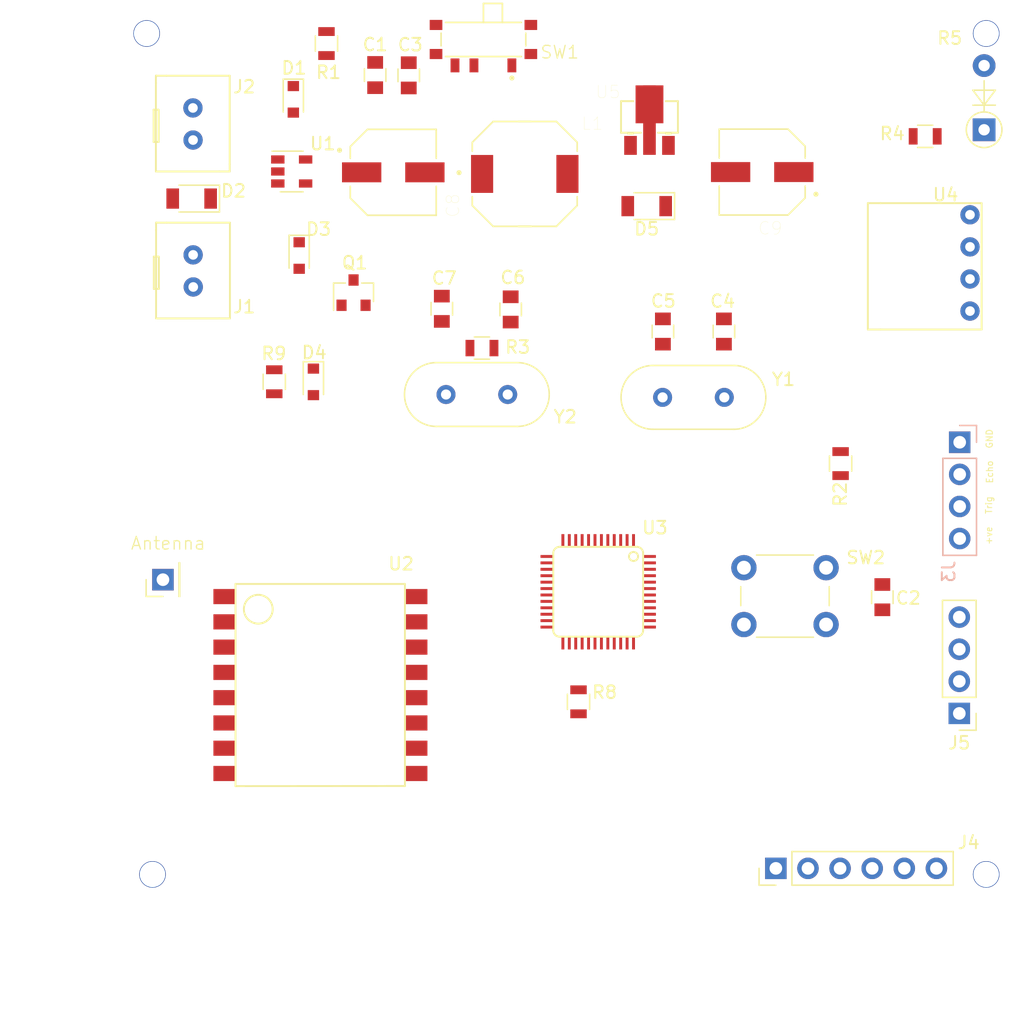
<source format=kicad_pcb>
(kicad_pcb (version 20171130) (host pcbnew 5.1.6-c6e7f7d~87~ubuntu18.04.1)

  (general
    (thickness 1.6)
    (drawings 40)
    (tracks 4)
    (zones 0)
    (modules 38)
    (nets 58)
  )

  (page User 200 150.012)
  (layers
    (0 F.Cu signal)
    (31 B.Cu signal)
    (32 B.Adhes user)
    (33 F.Adhes user)
    (34 B.Paste user)
    (35 F.Paste user)
    (36 B.SilkS user)
    (37 F.SilkS user)
    (38 B.Mask user)
    (39 F.Mask user)
    (40 Dwgs.User user)
    (41 Cmts.User user)
    (42 Eco1.User user)
    (43 Eco2.User user)
    (44 Edge.Cuts user)
    (45 Margin user)
    (46 B.CrtYd user)
    (47 F.CrtYd user)
    (48 B.Fab user)
    (49 F.Fab user)
  )

  (setup
    (last_trace_width 0.17)
    (user_trace_width 0.15)
    (trace_clearance 0.2)
    (zone_clearance 0.508)
    (zone_45_only no)
    (trace_min 0.15)
    (via_size 1)
    (via_drill 0.6)
    (via_min_size 0.6)
    (via_min_drill 0.2)
    (user_via 1 0.6)
    (uvia_size 0.3)
    (uvia_drill 0.2)
    (uvias_allowed no)
    (uvia_min_size 0.2)
    (uvia_min_drill 0.1)
    (edge_width 0.1)
    (segment_width 0.2)
    (pcb_text_width 0.3)
    (pcb_text_size 1.5 1.5)
    (mod_edge_width 0.15)
    (mod_text_size 1 1)
    (mod_text_width 0.15)
    (pad_size 0.9 0.9)
    (pad_drill 0.9)
    (pad_to_mask_clearance 0)
    (aux_axis_origin 0 0)
    (grid_origin 113.09604 49.16424)
    (visible_elements FFFFF77F)
    (pcbplotparams
      (layerselection 0x010f0_ffffffff)
      (usegerberextensions true)
      (usegerberattributes false)
      (usegerberadvancedattributes false)
      (creategerberjobfile true)
      (excludeedgelayer true)
      (linewidth 0.100000)
      (plotframeref false)
      (viasonmask false)
      (mode 1)
      (useauxorigin false)
      (hpglpennumber 1)
      (hpglpenspeed 20)
      (hpglpendiameter 15.000000)
      (psnegative false)
      (psa4output false)
      (plotreference true)
      (plotvalue true)
      (plotinvisibletext false)
      (padsonsilk false)
      (subtractmaskfromsilk false)
      (outputformat 1)
      (mirror false)
      (drillshape 0)
      (scaleselection 1)
      (outputdirectory "Sensor_PCB_v1_Gerber/"))
  )

  (net 0 "")
  (net 1 "Net-(AE1-Pad1)")
  (net 2 /RESET)
  (net 3 /PC14)
  (net 4 /PC15)
  (net 5 /OSCIN)
  (net 6 /OSCOUT)
  (net 7 /Supply_Reg)
  (net 8 /BAT_IN)
  (net 9 /Solar_+ve)
  (net 10 /VCC3V3)
  (net 11 /SWIO)
  (net 12 /SWCLK)
  (net 13 /LDR_IN)
  (net 14 "Net-(U1-Pad4)")
  (net 15 /DIO0)
  (net 16 /NSS)
  (net 17 /MISO)
  (net 18 /MOSI)
  (net 19 /SCL)
  (net 20 /SDA)
  (net 21 /SCK)
  (net 22 "Net-(D1-Pad1)")
  (net 23 /Trig)
  (net 24 /EchoToStm32)
  (net 25 /Reset_LoRa)
  (net 26 "Net-(U2-Pad10)")
  (net 27 /GND)
  (net 28 "Net-(SW1-Pad1)")
  (net 29 "Net-(U2-Pad11)")
  (net 30 "Net-(U2-Pad8)")
  (net 31 "Net-(U2-Pad7)")
  (net 32 "Net-(U3-Pad38)")
  (net 33 "Net-(U3-Pad1)")
  (net 34 "Net-(U3-Pad26)")
  (net 35 "Net-(U3-Pad29)")
  (net 36 "Net-(U3-Pad32)")
  (net 37 "Net-(U3-Pad33)")
  (net 38 "Net-(U3-Pad39)")
  (net 39 "Net-(U3-Pad40)")
  (net 40 "Net-(U3-Pad41)")
  (net 41 "Net-(U3-Pad42)")
  (net 42 "Net-(U3-Pad43)")
  (net 43 "Net-(U3-Pad25)")
  (net 44 "Net-(J5-Pad3)")
  (net 45 /Air_in)
  (net 46 "Net-(D2-Pad1)")
  (net 47 "Net-(D3-Pad2)")
  (net 48 "Net-(D4-Pad2)")
  (net 49 /Charge)
  (net 50 "Net-(R9-Pad2)")
  (net 51 /OUT_5V)
  (net 52 "Net-(D5-Pad2)")
  (net 53 "Net-(U2-Pad6)")
  (net 54 "Net-(U3-Pad12)")
  (net 55 "Net-(U3-Pad13)")
  (net 56 /RX)
  (net 57 /TX)

  (net_class Default "This is the default net class."
    (clearance 0.2)
    (trace_width 0.17)
    (via_dia 1)
    (via_drill 0.6)
    (uvia_dia 0.3)
    (uvia_drill 0.2)
    (diff_pair_width 0.3)
    (diff_pair_gap 0.3)
    (add_net /Air_in)
    (add_net /BAT_IN)
    (add_net /Charge)
    (add_net /DIO0)
    (add_net /EchoToStm32)
    (add_net /GND)
    (add_net /LDR_IN)
    (add_net /MISO)
    (add_net /MOSI)
    (add_net /NSS)
    (add_net /OSCIN)
    (add_net /OSCOUT)
    (add_net /OUT_5V)
    (add_net /PC14)
    (add_net /PC15)
    (add_net /RESET)
    (add_net /RX)
    (add_net /Reset_LoRa)
    (add_net /SCK)
    (add_net /SCL)
    (add_net /SDA)
    (add_net /SWCLK)
    (add_net /SWIO)
    (add_net /Solar_+ve)
    (add_net /Supply_Reg)
    (add_net /TX)
    (add_net /Trig)
    (add_net /VCC3V3)
    (add_net "Net-(AE1-Pad1)")
    (add_net "Net-(D1-Pad1)")
    (add_net "Net-(D2-Pad1)")
    (add_net "Net-(D3-Pad2)")
    (add_net "Net-(D4-Pad2)")
    (add_net "Net-(D5-Pad2)")
    (add_net "Net-(J5-Pad3)")
    (add_net "Net-(R9-Pad2)")
    (add_net "Net-(SW1-Pad1)")
    (add_net "Net-(U1-Pad4)")
    (add_net "Net-(U2-Pad10)")
    (add_net "Net-(U2-Pad11)")
    (add_net "Net-(U2-Pad6)")
    (add_net "Net-(U2-Pad7)")
    (add_net "Net-(U2-Pad8)")
    (add_net "Net-(U3-Pad1)")
    (add_net "Net-(U3-Pad12)")
    (add_net "Net-(U3-Pad13)")
    (add_net "Net-(U3-Pad25)")
    (add_net "Net-(U3-Pad26)")
    (add_net "Net-(U3-Pad29)")
    (add_net "Net-(U3-Pad32)")
    (add_net "Net-(U3-Pad33)")
    (add_net "Net-(U3-Pad38)")
    (add_net "Net-(U3-Pad39)")
    (add_net "Net-(U3-Pad40)")
    (add_net "Net-(U3-Pad41)")
    (add_net "Net-(U3-Pad42)")
    (add_net "Net-(U3-Pad43)")
  )

  (module Pin_Headers:Pin_Header_Straight_1x06_Pitch2.54mm (layer F.Cu) (tedit 59650532) (tstamp 5F9DFE8F)
    (at 74.3839 87.10422 90)
    (descr "Through hole straight pin header, 1x06, 2.54mm pitch, single row")
    (tags "Through hole pin header THT 1x06 2.54mm single row")
    (path /5FB978B5)
    (fp_text reference J4 (at 2.0447 15.2527 180) (layer F.SilkS)
      (effects (font (size 1 1) (thickness 0.15)))
    )
    (fp_text value Conn_01x06_Female (at 0 15.03 90) (layer F.Fab) hide
      (effects (font (size 1 1) (thickness 0.15)))
    )
    (fp_line (start 1.8 -1.8) (end -1.8 -1.8) (layer F.CrtYd) (width 0.05))
    (fp_line (start 1.8 14.5) (end 1.8 -1.8) (layer F.CrtYd) (width 0.05))
    (fp_line (start -1.8 14.5) (end 1.8 14.5) (layer F.CrtYd) (width 0.05))
    (fp_line (start -1.8 -1.8) (end -1.8 14.5) (layer F.CrtYd) (width 0.05))
    (fp_line (start -1.33 -1.33) (end 0 -1.33) (layer F.SilkS) (width 0.12))
    (fp_line (start -1.33 0) (end -1.33 -1.33) (layer F.SilkS) (width 0.12))
    (fp_line (start -1.33 1.27) (end 1.33 1.27) (layer F.SilkS) (width 0.12))
    (fp_line (start 1.33 1.27) (end 1.33 14.03) (layer F.SilkS) (width 0.12))
    (fp_line (start -1.33 1.27) (end -1.33 14.03) (layer F.SilkS) (width 0.12))
    (fp_line (start -1.33 14.03) (end 1.33 14.03) (layer F.SilkS) (width 0.12))
    (fp_line (start -1.27 -0.635) (end -0.635 -1.27) (layer F.Fab) (width 0.1))
    (fp_line (start -1.27 13.97) (end -1.27 -0.635) (layer F.Fab) (width 0.1))
    (fp_line (start 1.27 13.97) (end -1.27 13.97) (layer F.Fab) (width 0.1))
    (fp_line (start 1.27 -1.27) (end 1.27 13.97) (layer F.Fab) (width 0.1))
    (fp_line (start -0.635 -1.27) (end 1.27 -1.27) (layer F.Fab) (width 0.1))
    (fp_text user %R (at 0 6.35) (layer F.Fab) hide
      (effects (font (size 1 1) (thickness 0.15)))
    )
    (pad 1 thru_hole rect (at 0 0 90) (size 1.7 1.7) (drill 1) (layers *.Cu *.Mask)
      (net 27 /GND))
    (pad 2 thru_hole oval (at 0 2.54 90) (size 1.7 1.7) (drill 1) (layers *.Cu *.Mask)
      (net 12 /SWCLK))
    (pad 3 thru_hole oval (at 0 5.08 90) (size 1.7 1.7) (drill 1) (layers *.Cu *.Mask)
      (net 11 /SWIO))
    (pad 4 thru_hole oval (at 0 7.62 90) (size 1.7 1.7) (drill 1) (layers *.Cu *.Mask)
      (net 56 /RX))
    (pad 5 thru_hole oval (at 0 10.16 90) (size 1.7 1.7) (drill 1) (layers *.Cu *.Mask)
      (net 57 /TX))
    (pad 6 thru_hole oval (at 0 12.7 90) (size 1.7 1.7) (drill 1) (layers *.Cu *.Mask)
      (net 10 /VCC3V3))
    (model ${KISYS3DMOD}/Pin_Headers.3dshapes/Pin_Header_Straight_1x06_Pitch2.54mm.wrl
      (at (xyz 0 0 0))
      (scale (xyz 1 1 1))
      (rotate (xyz 0 0 0))
    )
  )

  (module Custom_Libraries:Battery_holder (layer F.Cu) (tedit 5F142099) (tstamp 5F13BCE7)
    (at 29.73836 40.00248 270)
    (path /5F191EAA)
    (fp_text reference J1 (at 2.6543 -2.59842 180) (layer F.SilkS)
      (effects (font (size 1 1) (thickness 0.15)))
    )
    (fp_text value Solar_input (at 0.42 5.38 90) (layer F.SilkS) hide
      (effects (font (size 1 1) (thickness 0.15)))
    )
    (fp_line (start -1.31 4.18) (end -1.32 4.18) (layer F.SilkS) (width 0.15))
    (fp_line (start -1.31 4.56) (end -1.31 4.18) (layer F.SilkS) (width 0.15))
    (fp_line (start 1.24 4.56) (end -1.31 4.56) (layer F.SilkS) (width 0.15))
    (fp_line (start 1.24 4.16) (end 1.24 4.56) (layer F.SilkS) (width 0.15))
    (fp_line (start -1.29 4.16) (end 1.24 4.16) (layer F.SilkS) (width 0.15))
    (fp_line (start -3.42 4.38) (end -3.92 4.38) (layer F.SilkS) (width 0.15))
    (fp_line (start 3.58 4.38) (end -3.42 4.38) (layer F.SilkS) (width 0.15))
    (fp_line (start -3.92 4.38) (end -4.01 4.38) (layer F.SilkS) (width 0.15))
    (fp_line (start 3.58 4.38) (end 3.58 -0.62) (layer F.SilkS) (width 0.15))
    (fp_line (start 3.58 -0.62) (end 3.58 -1.42) (layer F.SilkS) (width 0.15))
    (fp_line (start 3.58 -1.42) (end 3.58 -1.43) (layer F.SilkS) (width 0.15))
    (fp_line (start -4 4.34) (end -4 4.35) (layer F.SilkS) (width 0.15))
    (fp_line (start -4 3.54) (end -4 4.34) (layer F.SilkS) (width 0.15))
    (fp_line (start -4 -1.46) (end -4 3.54) (layer F.SilkS) (width 0.15))
    (fp_line (start 3.5 -1.46) (end 3.59 -1.46) (layer F.SilkS) (width 0.15))
    (fp_line (start 3 -1.46) (end 3.5 -1.46) (layer F.SilkS) (width 0.15))
    (fp_line (start -4 -1.46) (end 3 -1.46) (layer F.SilkS) (width 0.15))
    (pad 2 thru_hole circle (at 1.09 1.44 270) (size 1.524 1.524) (drill 0.762) (layers *.Cu *.Mask)
      (net 9 /Solar_+ve))
    (pad 1 thru_hole circle (at -1.45 1.45 270) (size 1.524 1.524) (drill 0.762) (layers *.Cu *.Mask)
      (net 27 /GND))
  )

  (module Custom_Libraries:BC547-SOT23 (layer F.Cu) (tedit 5F7E142A) (tstamp 5F42B679)
    (at 40.97782 41.54094 90)
    (descr "SOT-23, Standard")
    (tags SOT-23)
    (path /5F65CFC3)
    (attr smd)
    (fp_text reference Q1 (at 2.3622 0.09144 180) (layer F.SilkS)
      (effects (font (size 1 1) (thickness 0.15)))
    )
    (fp_text value BC547 (at 0 2.5 270) (layer F.Fab) hide
      (effects (font (size 1 1) (thickness 0.15)))
    )
    (fp_line (start 0.76 1.58) (end -0.7 1.58) (layer F.SilkS) (width 0.12))
    (fp_line (start 0.76 -1.58) (end -1.4 -1.58) (layer F.SilkS) (width 0.12))
    (fp_line (start -1.7 1.75) (end -1.7 -1.75) (layer F.CrtYd) (width 0.05))
    (fp_line (start 1.7 1.75) (end -1.7 1.75) (layer F.CrtYd) (width 0.05))
    (fp_line (start 1.7 -1.75) (end 1.7 1.75) (layer F.CrtYd) (width 0.05))
    (fp_line (start -1.7 -1.75) (end 1.7 -1.75) (layer F.CrtYd) (width 0.05))
    (fp_line (start 0.76 -1.58) (end 0.76 -0.65) (layer F.SilkS) (width 0.12))
    (fp_line (start 0.76 1.58) (end 0.76 0.65) (layer F.SilkS) (width 0.12))
    (fp_line (start -0.7 1.52) (end 0.7 1.52) (layer F.Fab) (width 0.1))
    (fp_line (start 0.7 -1.52) (end 0.7 1.52) (layer F.Fab) (width 0.1))
    (fp_line (start -0.7 -0.95) (end -0.15 -1.52) (layer F.Fab) (width 0.1))
    (fp_line (start -0.15 -1.52) (end 0.7 -1.52) (layer F.Fab) (width 0.1))
    (fp_line (start -0.7 -0.95) (end -0.7 1.5) (layer F.Fab) (width 0.1))
    (fp_text user %R (at 0 0 -180) (layer F.Fab) hide
      (effects (font (size 0.5 0.5) (thickness 0.075)))
    )
    (pad 1 smd rect (at 1 0 90) (size 0.9 0.8) (layers F.Cu F.Paste F.Mask)
      (net 49 /Charge))
    (pad 3 smd rect (at -1 0.95 90) (size 0.9 0.8) (layers F.Cu F.Paste F.Mask)
      (net 9 /Solar_+ve))
    (pad 2 smd rect (at -1 -0.95 90) (size 0.9 0.8) (layers F.Cu F.Paste F.Mask)
      (net 46 "Net-(D2-Pad1)"))
    (model ${KISYS3DMOD}/TO_SOT_Packages_SMD.3dshapes/SOT-23.wrl
      (at (xyz 0 0 0))
      (scale (xyz 1 1 1))
      (rotate (xyz 0 0 0))
    )
  )

  (module "Custom_Libraries:STM32(LQFP48)" (layer F.Cu) (tedit 5F172EDF) (tstamp 5F42C002)
    (at 60.83808 64.7065 270)
    (descr STM32)
    (tags STM32)
    (path /5F0D833D)
    (attr smd)
    (fp_text reference U3 (at -4.5593 -3.98018 180) (layer F.SilkS)
      (effects (font (size 1 1) (thickness 0.15)))
    )
    (fp_text value STM32 (at 0.762 0 90) (layer F.SilkS) hide
      (effects (font (size 0.5 0.3) (thickness 0.075)))
    )
    (fp_circle (center -2.286 -2.286) (end -2.032 -2.032) (layer F.SilkS) (width 0.15))
    (fp_line (start 3.556 -3.048) (end -2.54 -3.048) (layer F.SilkS) (width 0.15))
    (fp_line (start 4.064 3.556) (end 4.064 -2.54) (layer F.SilkS) (width 0.15))
    (fp_line (start -2.54 4.064) (end 3.556 4.064) (layer F.SilkS) (width 0.15))
    (fp_line (start -3.048 -2.54) (end -3.048 3.556) (layer F.SilkS) (width 0.15))
    (fp_arc (start 3.556 3.556) (end 4.064 3.556) (angle 90) (layer F.SilkS) (width 0.15))
    (fp_arc (start -2.54 3.556) (end -2.54 4.064) (angle 90) (layer F.SilkS) (width 0.15))
    (fp_arc (start 3.556 -2.54) (end 3.556 -3.048) (angle 90) (layer F.SilkS) (width 0.15))
    (fp_arc (start -2.54 -2.54) (end -3.048 -2.54) (angle 90) (layer F.SilkS) (width 0.15))
    (pad 38 smd rect (at 2.794 -3.556 270) (size 0.23 1) (layers F.Cu F.Adhes F.Paste F.Mask)
      (net 32 "Net-(U3-Pad38)"))
    (pad 1 smd rect (at -3.556 -2.286 270) (size 1 0.23) (layers F.Cu F.Adhes F.Paste F.Mask)
      (net 33 "Net-(U3-Pad1)"))
    (pad 2 smd rect (at -3.556 -1.778 270) (size 1 0.23) (layers F.Cu F.Adhes F.Paste F.Mask)
      (net 25 /Reset_LoRa) (zone_connect 2))
    (pad 3 smd rect (at -3.556 -1.27 270) (size 1 0.23) (layers F.Cu F.Adhes F.Paste F.Mask)
      (net 3 /PC14))
    (pad 4 smd rect (at -3.556 -0.762 270) (size 1 0.23) (layers F.Cu F.Adhes F.Paste F.Mask)
      (net 4 /PC15))
    (pad 5 smd rect (at -3.556 -0.254 270) (size 1 0.23) (layers F.Cu F.Adhes F.Paste F.Mask)
      (net 5 /OSCIN))
    (pad 6 smd rect (at -3.556 0.254 270) (size 1 0.23) (layers F.Cu F.Adhes F.Paste F.Mask)
      (net 6 /OSCOUT))
    (pad 7 smd rect (at -3.556 0.762 270) (size 1 0.23) (layers F.Cu F.Adhes F.Paste F.Mask)
      (net 2 /RESET))
    (pad 8 smd rect (at -3.556 1.27 270) (size 1 0.23) (layers F.Cu F.Adhes F.Paste F.Mask)
      (net 27 /GND))
    (pad 9 smd rect (at -3.556 1.778 270) (size 1 0.23) (layers F.Cu F.Adhes F.Paste F.Mask)
      (net 10 /VCC3V3))
    (pad 10 smd rect (at -3.556 2.286 270) (size 1 0.23) (layers F.Cu F.Adhes F.Paste F.Mask)
      (net 15 /DIO0))
    (pad 11 smd rect (at -3.556 2.794 270) (size 1 0.23) (layers F.Cu F.Adhes F.Paste F.Mask)
      (net 8 /BAT_IN))
    (pad 12 smd rect (at -3.556 3.302 270) (size 1 0.23) (layers F.Cu F.Adhes F.Paste F.Mask)
      (net 54 "Net-(U3-Pad12)"))
    (pad 13 smd rect (at -2.286 4.572 270) (size 0.23 1) (layers F.Cu F.Adhes F.Paste F.Mask)
      (net 55 "Net-(U3-Pad13)"))
    (pad 14 smd rect (at -1.778 4.572 270) (size 0.23 1) (layers F.Cu F.Adhes F.Paste F.Mask)
      (net 16 /NSS))
    (pad 16 smd rect (at -0.762 4.572 270) (size 0.23 1) (layers F.Cu F.Adhes F.Paste F.Mask)
      (net 17 /MISO))
    (pad 17 smd rect (at -0.254 4.572 270) (size 0.23 1) (layers F.Cu F.Adhes F.Paste F.Mask)
      (net 18 /MOSI))
    (pad 18 smd rect (at 0.254 4.572 270) (size 0.23 1) (layers F.Cu F.Adhes F.Paste F.Mask)
      (net 13 /LDR_IN))
    (pad 19 smd rect (at 0.762 4.572 270) (size 0.23 1) (layers F.Cu F.Adhes F.Paste F.Mask)
      (net 45 /Air_in))
    (pad 20 smd rect (at 1.27 4.572 270) (size 0.23 1) (layers F.Cu F.Adhes F.Paste F.Mask)
      (net 27 /GND))
    (pad 21 smd rect (at 1.778 4.572 270) (size 0.23 1) (layers F.Cu F.Adhes F.Paste F.Mask)
      (net 24 /EchoToStm32))
    (pad 22 smd rect (at 2.286 4.572 270) (size 0.23 1) (layers F.Cu F.Adhes F.Paste F.Mask)
      (net 23 /Trig))
    (pad 23 smd rect (at 2.794 4.572 270) (size 0.23 1) (layers F.Cu F.Adhes F.Paste F.Mask)
      (net 27 /GND))
    (pad 24 smd rect (at 3.302 4.572 270) (size 0.23 1) (layers F.Cu F.Adhes F.Paste F.Mask)
      (net 10 /VCC3V3))
    (pad 26 smd rect (at 4.572 2.794 270) (size 1 0.23) (layers F.Cu F.Adhes F.Paste F.Mask)
      (net 34 "Net-(U3-Pad26)"))
    (pad 27 smd rect (at 4.572 2.286 270) (size 1 0.23) (layers F.Cu F.Adhes F.Paste F.Mask)
      (net 49 /Charge))
    (pad 28 smd rect (at 4.572 1.778 270) (size 1 0.23) (layers F.Cu F.Adhes F.Paste F.Mask)
      (net 50 "Net-(R9-Pad2)"))
    (pad 29 smd rect (at 4.572 1.27 270) (size 1 0.23) (layers F.Cu F.Adhes F.Paste F.Mask)
      (net 35 "Net-(U3-Pad29)"))
    (pad 30 smd rect (at 4.572 0.762 270) (size 1 0.23) (layers F.Cu F.Adhes F.Paste F.Mask)
      (net 57 /TX))
    (pad 31 smd rect (at 4.572 0.254 270) (size 1 0.23) (layers F.Cu F.Adhes F.Paste F.Mask)
      (net 56 /RX))
    (pad 32 smd rect (at 4.572 -0.254 270) (size 1 0.23) (layers F.Cu F.Adhes F.Paste F.Mask)
      (net 36 "Net-(U3-Pad32)"))
    (pad 33 smd rect (at 4.572 -0.762 270) (size 1 0.23) (layers F.Cu F.Adhes F.Paste F.Mask)
      (net 37 "Net-(U3-Pad33)"))
    (pad 34 smd rect (at 4.572 -1.27 270) (size 1 0.23) (layers F.Cu F.Adhes F.Paste F.Mask)
      (net 11 /SWIO))
    (pad 35 smd rect (at 4.572 -1.778 270) (size 1 0.23) (layers F.Cu F.Adhes F.Paste F.Mask)
      (net 27 /GND))
    (pad 36 smd rect (at 4.572 -2.286 270) (size 1 0.23) (layers F.Cu F.Adhes F.Paste F.Mask)
      (net 10 /VCC3V3))
    (pad 37 smd rect (at 3.302 -3.556 270) (size 0.23 1) (layers F.Cu F.Adhes F.Paste F.Mask)
      (net 12 /SWCLK))
    (pad 39 smd rect (at 2.286 -3.556 270) (size 0.23 1) (layers F.Cu F.Adhes F.Paste F.Mask)
      (net 38 "Net-(U3-Pad39)"))
    (pad 40 smd rect (at 1.778 -3.556 270) (size 0.23 1) (layers F.Cu F.Adhes F.Paste F.Mask)
      (net 39 "Net-(U3-Pad40)"))
    (pad 41 smd rect (at 1.27 -3.556 270) (size 0.23 1) (layers F.Cu F.Adhes F.Paste F.Mask)
      (net 40 "Net-(U3-Pad41)"))
    (pad 42 smd rect (at 0.762 -3.556 270) (size 0.23 1) (layers F.Cu F.Adhes F.Paste F.Mask)
      (net 41 "Net-(U3-Pad42)"))
    (pad 43 smd rect (at 0.254 -3.556 270) (size 0.23 1) (layers F.Cu F.Adhes F.Paste F.Mask)
      (net 42 "Net-(U3-Pad43)"))
    (pad 44 smd rect (at -0.254 -3.556 270) (size 0.23 1) (layers F.Cu F.Adhes F.Paste F.Mask)
      (net 27 /GND))
    (pad 45 smd rect (at -0.762 -3.556 270) (size 0.23 1) (layers F.Cu F.Adhes F.Paste F.Mask)
      (net 19 /SCL))
    (pad 46 smd rect (at -1.27 -3.556 270) (size 0.23 1) (layers F.Cu F.Adhes F.Paste F.Mask)
      (net 20 /SDA))
    (pad 47 smd rect (at -1.778 -3.556 270) (size 0.23 1) (layers F.Cu F.Adhes F.Paste F.Mask)
      (net 27 /GND))
    (pad 48 smd rect (at -2.286 -3.556 270) (size 0.23 1) (layers F.Cu F.Adhes F.Paste F.Mask)
      (net 10 /VCC3V3))
    (pad 25 smd rect (at 4.572 3.302 270) (size 1 0.23) (layers F.Cu F.Adhes F.Paste F.Mask)
      (net 43 "Net-(U3-Pad25)"))
    (pad 15 smd rect (at -1.27 4.572 270) (size 0.23 1) (layers F.Cu F.Adhes F.Paste F.Mask)
      (net 21 /SCK))
  )

  (module Custom_Libraries:SW_MLL1200S (layer F.Cu) (tedit 5F4A4585) (tstamp 5F3BD8E6)
    (at 51.25212 21.50618 180)
    (path /5F40052F)
    (attr smd)
    (fp_text reference SW1 (at -6.03504 -1.00584) (layer F.SilkS)
      (effects (font (size 1.000228 1.000228) (thickness 0.1)))
    )
    (fp_text value MLL1200S (at 2.489145 3.871405) (layer F.Fab) hide
      (effects (font (size 1.001661 1.001661) (thickness 0.015)))
    )
    (fp_line (start 0 2.85) (end 0 1.35) (layer F.Fab) (width 0.127))
    (fp_line (start -1.5 2.85) (end 0 2.85) (layer F.Fab) (width 0.127))
    (fp_line (start -1.5 1.35) (end -1.5 2.85) (layer F.Fab) (width 0.127))
    (fp_line (start 3.35 -0.5) (end 3.35 0.5) (layer F.SilkS) (width 0.127))
    (fp_line (start -3 1.35) (end 3 1.35) (layer F.SilkS) (width 0.127))
    (fp_line (start -3 -1.35) (end 3 -1.35) (layer F.SilkS) (width 0.127))
    (fp_line (start -3.35 -0.5) (end -3.35 0.5) (layer F.SilkS) (width 0.127))
    (fp_line (start 0 2.85) (end 0 1.35) (layer F.SilkS) (width 0.127))
    (fp_line (start -1.5 2.85) (end 0 2.85) (layer F.SilkS) (width 0.127))
    (fp_line (start -1.5 1.35) (end -1.5 2.85) (layer F.SilkS) (width 0.127))
    (fp_line (start 4.55 -2.85) (end -4.55 -2.85) (layer F.CrtYd) (width 0.05))
    (fp_line (start 4.55 1.85) (end 4.55 -2.85) (layer F.CrtYd) (width 0.05))
    (fp_line (start 0.25 1.85) (end 4.55 1.85) (layer F.CrtYd) (width 0.05))
    (fp_line (start 0.25 3.1) (end 0.25 1.85) (layer F.CrtYd) (width 0.05))
    (fp_line (start -1.75 3.1) (end 0.25 3.1) (layer F.CrtYd) (width 0.05))
    (fp_line (start -1.75 1.85) (end -1.75 3.1) (layer F.CrtYd) (width 0.05))
    (fp_line (start -4.55 1.85) (end -1.75 1.85) (layer F.CrtYd) (width 0.05))
    (fp_line (start -4.55 -2.85) (end -4.55 1.85) (layer F.CrtYd) (width 0.05))
    (fp_line (start -3.35 1.35) (end -3.35 -1.35) (layer F.Fab) (width 0.127))
    (fp_line (start 3.35 1.35) (end -3.35 1.35) (layer F.Fab) (width 0.127))
    (fp_line (start 3.35 -1.35) (end 3.35 1.35) (layer F.Fab) (width 0.127))
    (fp_line (start -3.35 -1.35) (end 3.35 -1.35) (layer F.Fab) (width 0.127))
    (fp_circle (center -2.25 -3.05) (end -2.15 -3.05) (layer F.SilkS) (width 0.2))
    (pad G4 smd rect (at 3.75 1.15 180) (size 1 0.8) (layers F.Cu F.Paste F.Mask))
    (pad G2 smd rect (at 3.75 -1.15 180) (size 1 0.8) (layers F.Cu F.Paste F.Mask)
      (net 27 /GND))
    (pad G3 smd rect (at -3.75 1.15 180) (size 1 0.8) (layers F.Cu F.Paste F.Mask)
      (net 27 /GND))
    (pad G1 smd rect (at -3.75 -1.15 180) (size 1 0.8) (layers F.Cu F.Paste F.Mask)
      (net 27 /GND))
    (pad 3 smd rect (at 2.25 -2.05 180) (size 0.7 1.1) (layers F.Cu F.Paste F.Mask)
      (net 7 /Supply_Reg))
    (pad 2 smd rect (at 0.75 -2.05 180) (size 0.7 1.1) (layers F.Cu F.Paste F.Mask)
      (net 10 /VCC3V3))
    (pad 1 smd rect (at -2.25 -2.05 180) (size 0.7 1.1) (layers F.Cu F.Paste F.Mask)
      (net 28 "Net-(SW1-Pad1)"))
    (pad None np_thru_hole circle (at 1.5 0 180) (size 0.9 0.9) (drill 0.9) (layers *.Cu *.Mask))
    (pad "" np_thru_hole circle (at -1.5 0 180) (size 0.9 0.9) (drill 0.9) (layers *.Cu *.Mask))
  )

  (module Resistors_SMD:R_0805 (layer F.Cu) (tedit 58E0A804) (tstamp 5F42B765)
    (at 34.70656 48.59528 270)
    (descr "Resistor SMD 0805, reflow soldering, Vishay (see dcrcw.pdf)")
    (tags "resistor 0805")
    (path /5F6F66E1)
    (attr smd)
    (fp_text reference R9 (at -2.23774 0.03048 180) (layer F.SilkS)
      (effects (font (size 1 1) (thickness 0.15)))
    )
    (fp_text value "510 R" (at 0 1.75 270) (layer F.Fab) hide
      (effects (font (size 1 1) (thickness 0.15)))
    )
    (fp_line (start -1 0.62) (end -1 -0.62) (layer F.Fab) (width 0.1))
    (fp_line (start 1 0.62) (end -1 0.62) (layer F.Fab) (width 0.1))
    (fp_line (start 1 -0.62) (end 1 0.62) (layer F.Fab) (width 0.1))
    (fp_line (start -1 -0.62) (end 1 -0.62) (layer F.Fab) (width 0.1))
    (fp_line (start 0.6 0.88) (end -0.6 0.88) (layer F.SilkS) (width 0.12))
    (fp_line (start -0.6 -0.88) (end 0.6 -0.88) (layer F.SilkS) (width 0.12))
    (fp_line (start -1.55 -0.9) (end 1.55 -0.9) (layer F.CrtYd) (width 0.05))
    (fp_line (start -1.55 -0.9) (end -1.55 0.9) (layer F.CrtYd) (width 0.05))
    (fp_line (start 1.55 0.9) (end 1.55 -0.9) (layer F.CrtYd) (width 0.05))
    (fp_line (start 1.55 0.9) (end -1.55 0.9) (layer F.CrtYd) (width 0.05))
    (fp_text user %R (at 0 0 270) (layer F.Fab) hide
      (effects (font (size 0.5 0.5) (thickness 0.075)))
    )
    (pad 1 smd rect (at -0.95 0 270) (size 0.7 1.3) (layers F.Cu F.Paste F.Mask)
      (net 48 "Net-(D4-Pad2)"))
    (pad 2 smd rect (at 0.95 0 270) (size 0.7 1.3) (layers F.Cu F.Paste F.Mask)
      (net 50 "Net-(R9-Pad2)"))
    (model ${KISYS3DMOD}/Resistors_SMD.3dshapes/R_0805.wrl
      (at (xyz 0 0 0))
      (scale (xyz 1 1 1))
      (rotate (xyz 0 0 0))
    )
  )

  (module Resistors_SMD:R_0805 (layer F.Cu) (tedit 58E0A804) (tstamp 5F42B762)
    (at 58.77306 73.92416 90)
    (descr "Resistor SMD 0805, reflow soldering, Vishay (see dcrcw.pdf)")
    (tags "resistor 0805")
    (path /5F6CDC50)
    (attr smd)
    (fp_text reference R8 (at 0.75692 2.06502 180) (layer F.SilkS)
      (effects (font (size 1 1) (thickness 0.15)))
    )
    (fp_text value "510 R" (at 0 1.75 90) (layer F.Fab) hide
      (effects (font (size 1 1) (thickness 0.15)))
    )
    (fp_line (start -1 0.62) (end -1 -0.62) (layer F.Fab) (width 0.1))
    (fp_line (start 1 0.62) (end -1 0.62) (layer F.Fab) (width 0.1))
    (fp_line (start 1 -0.62) (end 1 0.62) (layer F.Fab) (width 0.1))
    (fp_line (start -1 -0.62) (end 1 -0.62) (layer F.Fab) (width 0.1))
    (fp_line (start 0.6 0.88) (end -0.6 0.88) (layer F.SilkS) (width 0.12))
    (fp_line (start -0.6 -0.88) (end 0.6 -0.88) (layer F.SilkS) (width 0.12))
    (fp_line (start -1.55 -0.9) (end 1.55 -0.9) (layer F.CrtYd) (width 0.05))
    (fp_line (start -1.55 -0.9) (end -1.55 0.9) (layer F.CrtYd) (width 0.05))
    (fp_line (start 1.55 0.9) (end 1.55 -0.9) (layer F.CrtYd) (width 0.05))
    (fp_line (start 1.55 0.9) (end -1.55 0.9) (layer F.CrtYd) (width 0.05))
    (fp_text user %R (at 0 0 90) (layer F.Fab) hide
      (effects (font (size 0.5 0.5) (thickness 0.075)))
    )
    (pad 1 smd rect (at -0.95 0 90) (size 0.7 1.3) (layers F.Cu F.Paste F.Mask)
      (net 49 /Charge))
    (pad 2 smd rect (at 0.95 0 90) (size 0.7 1.3) (layers F.Cu F.Paste F.Mask)
      (net 47 "Net-(D3-Pad2)"))
    (model ${KISYS3DMOD}/Resistors_SMD.3dshapes/R_0805.wrl
      (at (xyz 0 0 0))
      (scale (xyz 1 1 1))
      (rotate (xyz 0 0 0))
    )
  )

  (module Diodes_SMD:D_0805 (layer F.Cu) (tedit 590CE9A4) (tstamp 5F42B594)
    (at 37.80282 48.6029 270)
    (descr "Diode SMD in 0805 package http://datasheets.avx.com/schottky.pdf")
    (tags "smd diode")
    (path /5F6F66ED)
    (attr smd)
    (fp_text reference D4 (at -2.31902 -0.0635 180) (layer F.SilkS)
      (effects (font (size 1 1) (thickness 0.15)))
    )
    (fp_text value Bat_Low (at 0.24392 -2.85918 90) (layer F.Fab) hide
      (effects (font (size 1 1) (thickness 0.15)))
    )
    (fp_line (start -1.6 -0.8) (end -1.6 0.8) (layer F.SilkS) (width 0.12))
    (fp_line (start -1.7 0.88) (end -1.7 -0.88) (layer F.CrtYd) (width 0.05))
    (fp_line (start 1.7 0.88) (end -1.7 0.88) (layer F.CrtYd) (width 0.05))
    (fp_line (start 1.7 -0.88) (end 1.7 0.88) (layer F.CrtYd) (width 0.05))
    (fp_line (start -1.7 -0.88) (end 1.7 -0.88) (layer F.CrtYd) (width 0.05))
    (fp_line (start 0.2 0) (end 0.4 0) (layer F.Fab) (width 0.1))
    (fp_line (start -0.1 0) (end -0.3 0) (layer F.Fab) (width 0.1))
    (fp_line (start -0.1 -0.2) (end -0.1 0.2) (layer F.Fab) (width 0.1))
    (fp_line (start 0.2 0.2) (end 0.2 -0.2) (layer F.Fab) (width 0.1))
    (fp_line (start -0.1 0) (end 0.2 0.2) (layer F.Fab) (width 0.1))
    (fp_line (start 0.2 -0.2) (end -0.1 0) (layer F.Fab) (width 0.1))
    (fp_line (start -1 0.65) (end -1 -0.65) (layer F.Fab) (width 0.1))
    (fp_line (start 1 0.65) (end -1 0.65) (layer F.Fab) (width 0.1))
    (fp_line (start 1 -0.65) (end 1 0.65) (layer F.Fab) (width 0.1))
    (fp_line (start -1 -0.65) (end 1 -0.65) (layer F.Fab) (width 0.1))
    (fp_line (start -1.6 0.8) (end 1 0.8) (layer F.SilkS) (width 0.12))
    (fp_line (start -1.6 -0.8) (end 1 -0.8) (layer F.SilkS) (width 0.12))
    (fp_text user %R (at 0 -1.6 90) (layer F.Fab) hide
      (effects (font (size 1 1) (thickness 0.15)))
    )
    (pad 1 smd rect (at -1.05 0 270) (size 0.8 0.9) (layers F.Cu F.Paste F.Mask)
      (net 27 /GND))
    (pad 2 smd rect (at 1.05 0 270) (size 0.8 0.9) (layers F.Cu F.Paste F.Mask)
      (net 48 "Net-(D4-Pad2)"))
    (model ${KISYS3DMOD}/Diodes_SMD.3dshapes/D_0805.wrl
      (at (xyz 0 0 0))
      (scale (xyz 1 1 1))
      (rotate (xyz 0 0 0))
    )
  )

  (module Diodes_SMD:D_0805 (layer F.Cu) (tedit 590CE9A4) (tstamp 5F42B591)
    (at 36.6776 38.60292 270)
    (descr "Diode SMD in 0805 package http://datasheets.avx.com/schottky.pdf")
    (tags "smd diode")
    (path /5F671CD0)
    (attr smd)
    (fp_text reference D3 (at -2.0828 -1.53924 180) (layer F.SilkS)
      (effects (font (size 1 1) (thickness 0.15)))
    )
    (fp_text value Pwr_L.E.D (at 0 1.7 90) (layer F.Fab) hide
      (effects (font (size 1 1) (thickness 0.15)))
    )
    (fp_line (start -1.6 -0.8) (end -1.6 0.8) (layer F.SilkS) (width 0.12))
    (fp_line (start -1.7 0.88) (end -1.7 -0.88) (layer F.CrtYd) (width 0.05))
    (fp_line (start 1.7 0.88) (end -1.7 0.88) (layer F.CrtYd) (width 0.05))
    (fp_line (start 1.7 -0.88) (end 1.7 0.88) (layer F.CrtYd) (width 0.05))
    (fp_line (start -1.7 -0.88) (end 1.7 -0.88) (layer F.CrtYd) (width 0.05))
    (fp_line (start 0.2 0) (end 0.4 0) (layer F.Fab) (width 0.1))
    (fp_line (start -0.1 0) (end -0.3 0) (layer F.Fab) (width 0.1))
    (fp_line (start -0.1 -0.2) (end -0.1 0.2) (layer F.Fab) (width 0.1))
    (fp_line (start 0.2 0.2) (end 0.2 -0.2) (layer F.Fab) (width 0.1))
    (fp_line (start -0.1 0) (end 0.2 0.2) (layer F.Fab) (width 0.1))
    (fp_line (start 0.2 -0.2) (end -0.1 0) (layer F.Fab) (width 0.1))
    (fp_line (start -1 0.65) (end -1 -0.65) (layer F.Fab) (width 0.1))
    (fp_line (start 1 0.65) (end -1 0.65) (layer F.Fab) (width 0.1))
    (fp_line (start 1 -0.65) (end 1 0.65) (layer F.Fab) (width 0.1))
    (fp_line (start -1 -0.65) (end 1 -0.65) (layer F.Fab) (width 0.1))
    (fp_line (start -1.6 0.8) (end 1 0.8) (layer F.SilkS) (width 0.12))
    (fp_line (start -1.6 -0.8) (end 1 -0.8) (layer F.SilkS) (width 0.12))
    (fp_text user %R (at 0 -1.6 90) (layer F.Fab) hide
      (effects (font (size 1 1) (thickness 0.15)))
    )
    (pad 1 smd rect (at -1.05 0 270) (size 0.8 0.9) (layers F.Cu F.Paste F.Mask)
      (net 27 /GND))
    (pad 2 smd rect (at 1.05 0 270) (size 0.8 0.9) (layers F.Cu F.Paste F.Mask)
      (net 47 "Net-(D3-Pad2)"))
    (model ${KISYS3DMOD}/Diodes_SMD.3dshapes/D_0805.wrl
      (at (xyz 0 0 0))
      (scale (xyz 1 1 1))
      (rotate (xyz 0 0 0))
    )
  )

  (module Pin_Headers:Pin_Header_Straight_1x04_Pitch2.54mm (layer F.Cu) (tedit 59650532) (tstamp 5F42490B)
    (at 88.89492 74.8411 180)
    (descr "Through hole straight pin header, 1x04, 2.54mm pitch, single row")
    (tags "Through hole pin header THT 1x04 2.54mm single row")
    (path /5F614E50)
    (fp_text reference J5 (at 0 -2.33) (layer F.SilkS)
      (effects (font (size 1 1) (thickness 0.15)))
    )
    (fp_text value Airquality (at 0 9.95) (layer F.SilkS) hide
      (effects (font (size 1 1) (thickness 0.15)))
    )
    (fp_line (start -0.635 -1.27) (end 1.27 -1.27) (layer F.Fab) (width 0.1))
    (fp_line (start 1.27 -1.27) (end 1.27 8.89) (layer F.Fab) (width 0.1))
    (fp_line (start 1.27 8.89) (end -1.27 8.89) (layer F.Fab) (width 0.1))
    (fp_line (start -1.27 8.89) (end -1.27 -0.635) (layer F.Fab) (width 0.1))
    (fp_line (start -1.27 -0.635) (end -0.635 -1.27) (layer F.Fab) (width 0.1))
    (fp_line (start -1.33 8.95) (end 1.33 8.95) (layer F.SilkS) (width 0.12))
    (fp_line (start -1.33 1.27) (end -1.33 8.95) (layer F.SilkS) (width 0.12))
    (fp_line (start 1.33 1.27) (end 1.33 8.95) (layer F.SilkS) (width 0.12))
    (fp_line (start -1.33 1.27) (end 1.33 1.27) (layer F.SilkS) (width 0.12))
    (fp_line (start -1.33 0) (end -1.33 -1.33) (layer F.SilkS) (width 0.12))
    (fp_line (start -1.33 -1.33) (end 0 -1.33) (layer F.SilkS) (width 0.12))
    (fp_line (start -1.8 -1.8) (end -1.8 9.4) (layer F.CrtYd) (width 0.05))
    (fp_line (start -1.8 9.4) (end 1.8 9.4) (layer F.CrtYd) (width 0.05))
    (fp_line (start 1.8 9.4) (end 1.8 -1.8) (layer F.CrtYd) (width 0.05))
    (fp_line (start 1.8 -1.8) (end -1.8 -1.8) (layer F.CrtYd) (width 0.05))
    (fp_text user %R (at 0 3.81 90) (layer F.SilkS) hide
      (effects (font (size 1 1) (thickness 0.15)))
    )
    (pad 1 thru_hole rect (at 0 0 180) (size 1.7 1.7) (drill 1) (layers *.Cu *.Mask)
      (net 10 /VCC3V3))
    (pad 2 thru_hole oval (at 0 2.54 180) (size 1.7 1.7) (drill 1) (layers *.Cu *.Mask)
      (net 27 /GND))
    (pad 3 thru_hole oval (at 0 5.08 180) (size 1.7 1.7) (drill 1) (layers *.Cu *.Mask)
      (net 44 "Net-(J5-Pad3)"))
    (pad 4 thru_hole oval (at 0 7.62 180) (size 1.7 1.7) (drill 1) (layers *.Cu *.Mask)
      (net 45 /Air_in))
    (model ${KISYS3DMOD}/Pin_Headers.3dshapes/Pin_Header_Straight_1x04_Pitch2.54mm.wrl
      (at (xyz 0 0 0))
      (scale (xyz 1 1 1))
      (rotate (xyz 0 0 0))
    )
  )

  (module Custom_Libraries:Battery_holder (layer F.Cu) (tedit 5F142099) (tstamp 5F13BD15)
    (at 29.72308 28.37434 270)
    (path /5F1AA8B3)
    (fp_text reference J2 (at -3.12928 -2.60858 180) (layer F.SilkS)
      (effects (font (size 1 1) (thickness 0.15)))
    )
    (fp_text value Battery_input (at -0.85 5.34 90) (layer F.SilkS) hide
      (effects (font (size 1 1) (thickness 0.15)))
    )
    (fp_line (start -1.31 4.18) (end -1.32 4.18) (layer F.SilkS) (width 0.15))
    (fp_line (start -1.31 4.56) (end -1.31 4.18) (layer F.SilkS) (width 0.15))
    (fp_line (start 1.24 4.56) (end -1.31 4.56) (layer F.SilkS) (width 0.15))
    (fp_line (start 1.24 4.16) (end 1.24 4.56) (layer F.SilkS) (width 0.15))
    (fp_line (start -1.29 4.16) (end 1.24 4.16) (layer F.SilkS) (width 0.15))
    (fp_line (start -3.42 4.38) (end -3.92 4.38) (layer F.SilkS) (width 0.15))
    (fp_line (start 3.58 4.38) (end -3.42 4.38) (layer F.SilkS) (width 0.15))
    (fp_line (start -3.92 4.38) (end -4.01 4.38) (layer F.SilkS) (width 0.15))
    (fp_line (start 3.58 4.38) (end 3.58 -0.62) (layer F.SilkS) (width 0.15))
    (fp_line (start 3.58 -0.62) (end 3.58 -1.42) (layer F.SilkS) (width 0.15))
    (fp_line (start 3.58 -1.42) (end 3.58 -1.43) (layer F.SilkS) (width 0.15))
    (fp_line (start -4 4.34) (end -4 4.35) (layer F.SilkS) (width 0.15))
    (fp_line (start -4 3.54) (end -4 4.34) (layer F.SilkS) (width 0.15))
    (fp_line (start -4 -1.46) (end -4 3.54) (layer F.SilkS) (width 0.15))
    (fp_line (start 3.5 -1.46) (end 3.59 -1.46) (layer F.SilkS) (width 0.15))
    (fp_line (start 3 -1.46) (end 3.5 -1.46) (layer F.SilkS) (width 0.15))
    (fp_line (start -4 -1.46) (end 3 -1.46) (layer F.SilkS) (width 0.15))
    (pad 2 thru_hole circle (at 1.09 1.44 270) (size 1.524 1.524) (drill 0.762) (layers *.Cu *.Mask)
      (net 8 /BAT_IN))
    (pad 1 thru_hole circle (at -1.45 1.45 270) (size 1.524 1.524) (drill 0.762) (layers *.Cu *.Mask)
      (net 27 /GND))
  )

  (module Diodes_SMD:D_1206 (layer F.Cu) (tedit 590CEAF5) (tstamp 5F13BCAA)
    (at 28.17368 34.09696 180)
    (descr "Diode SMD 1206, reflow soldering http://datasheets.avx.com/schottky.pdf")
    (tags "Diode 1206")
    (path /5F1B7D1B)
    (attr smd)
    (fp_text reference D2 (at -3.30708 0.60706 180) (layer F.SilkS)
      (effects (font (size 1 1) (thickness 0.15)))
    )
    (fp_text value IN4007 (at 0 1.9) (layer F.Fab) hide
      (effects (font (size 1 1) (thickness 0.15)))
    )
    (fp_line (start -0.254 -0.254) (end -0.254 0.254) (layer F.Fab) (width 0.1))
    (fp_line (start 0.127 0) (end 0.381 0) (layer F.Fab) (width 0.1))
    (fp_line (start -0.254 0) (end -0.508 0) (layer F.Fab) (width 0.1))
    (fp_line (start 0.127 0.254) (end -0.254 0) (layer F.Fab) (width 0.1))
    (fp_line (start 0.127 -0.254) (end 0.127 0.254) (layer F.Fab) (width 0.1))
    (fp_line (start -0.254 0) (end 0.127 -0.254) (layer F.Fab) (width 0.1))
    (fp_line (start -2.2 -1.06) (end -2.2 1.06) (layer F.SilkS) (width 0.12))
    (fp_line (start -1.7 0.95) (end -1.7 -0.95) (layer F.Fab) (width 0.1))
    (fp_line (start 1.7 0.95) (end -1.7 0.95) (layer F.Fab) (width 0.1))
    (fp_line (start 1.7 -0.95) (end 1.7 0.95) (layer F.Fab) (width 0.1))
    (fp_line (start -1.7 -0.95) (end 1.7 -0.95) (layer F.Fab) (width 0.1))
    (fp_line (start -2.3 -1.16) (end 2.3 -1.16) (layer F.CrtYd) (width 0.05))
    (fp_line (start -2.3 1.16) (end 2.3 1.16) (layer F.CrtYd) (width 0.05))
    (fp_line (start -2.3 -1.16) (end -2.3 1.16) (layer F.CrtYd) (width 0.05))
    (fp_line (start 2.3 -1.16) (end 2.3 1.16) (layer F.CrtYd) (width 0.05))
    (fp_line (start 1 -1.06) (end -2.2 -1.06) (layer F.SilkS) (width 0.12))
    (fp_line (start -2.2 1.06) (end 1 1.06) (layer F.SilkS) (width 0.12))
    (fp_text user %R (at 0 -1.8) (layer F.Fab) hide
      (effects (font (size 1 1) (thickness 0.15)))
    )
    (pad 1 smd rect (at -1.5 0 180) (size 1 1.6) (layers F.Cu F.Paste F.Mask)
      (net 46 "Net-(D2-Pad1)"))
    (pad 2 smd rect (at 1.5 0 180) (size 1 1.6) (layers F.Cu F.Paste F.Mask)
      (net 8 /BAT_IN))
    (model ${KISYS3DMOD}/Diodes_SMD.3dshapes/D_1206.wrl
      (at (xyz 0 0 0))
      (scale (xyz 1 1 1))
      (rotate (xyz 0 0 0))
    )
  )

  (module Custom_Libraries:LoRa (layer F.Cu) (tedit 5F3BBB99) (tstamp 5F13F219)
    (at 34.24174 72.59574)
    (path /5F21A746)
    (attr smd)
    (fp_text reference U2 (at 10.49782 -9.59612 180) (layer F.SilkS)
      (effects (font (size 1 1) (thickness 0.15)))
    )
    (fp_text value LoRa (at 3.99 -4.38) (layer Dwgs.User)
      (effects (font (size 1 1.5) (thickness 0.15)))
    )
    (fp_circle (center -0.8 -6) (end 0.1 -5.3) (layer F.SilkS) (width 0.15))
    (fp_line (start -2.6 8) (end -2.6 -8) (layer F.SilkS) (width 0.15))
    (fp_line (start -2.6 -8) (end 10.8 -8) (layer F.SilkS) (width 0.15))
    (fp_line (start 10.8 -8) (end 10.8 7.99) (layer F.SilkS) (width 0.15))
    (fp_line (start 10.8 7.99) (end -2.6 8) (layer F.SilkS) (width 0.15))
    (pad 16 smd rect (at 11.73 -7) (size 1.7 1.2) (layers F.Cu F.Adhes F.Paste F.Mask)
      (net 27 /GND))
    (pad 15 smd rect (at 11.73 -5) (size 1.7 1.2) (layers F.Cu F.Adhes F.Paste F.Mask)
      (net 16 /NSS))
    (pad 14 smd rect (at 11.73 -3) (size 1.7 1.2) (layers F.Cu F.Adhes F.Paste F.Mask)
      (net 18 /MOSI))
    (pad 13 smd rect (at 11.73 -1) (size 1.7 1.2) (layers F.Cu F.Adhes F.Paste F.Mask)
      (net 17 /MISO))
    (pad 12 smd rect (at 11.73 1) (size 1.7 1.2) (layers F.Cu F.Adhes F.Paste F.Mask)
      (net 21 /SCK))
    (pad 11 smd rect (at 11.73 3) (size 1.7 1.2) (layers F.Cu F.Adhes F.Paste F.Mask)
      (net 29 "Net-(U2-Pad11)"))
    (pad 10 smd rect (at 11.73 5) (size 1.7 1.2) (layers F.Cu F.Adhes F.Paste F.Mask)
      (net 26 "Net-(U2-Pad10)"))
    (pad 9 smd rect (at 11.73 7) (size 1.7 1.2) (layers F.Cu F.Adhes F.Paste F.Mask)
      (net 27 /GND))
    (pad 8 smd rect (at -3.5 7) (size 1.7 1.2) (layers F.Cu F.Adhes F.Paste F.Mask)
      (net 30 "Net-(U2-Pad8)"))
    (pad 7 smd rect (at -3.5 5) (size 1.7 1.2) (layers F.Cu F.Adhes F.Paste F.Mask)
      (net 31 "Net-(U2-Pad7)"))
    (pad 6 smd rect (at -3.5 3) (size 1.7 1.2) (layers F.Cu F.Adhes F.Paste F.Mask)
      (net 53 "Net-(U2-Pad6)"))
    (pad 5 smd rect (at -3.5 1) (size 1.7 1.2) (layers F.Cu F.Adhes F.Paste F.Mask)
      (net 15 /DIO0))
    (pad 4 smd rect (at -3.5 -1) (size 1.7 1.2) (layers F.Cu F.Adhes F.Paste F.Mask)
      (net 25 /Reset_LoRa))
    (pad 3 smd rect (at -3.5 -3) (size 1.7 1.2) (layers F.Cu F.Adhes F.Paste F.Mask)
      (net 10 /VCC3V3))
    (pad 2 smd rect (at -3.5 -5) (size 1.7 1.2) (layers F.Cu F.Adhes F.Paste F.Mask)
      (net 27 /GND))
    (pad 1 smd rect (at -3.5 -7) (size 1.7 1.2) (layers F.Cu F.Adhes F.Paste F.Mask)
      (net 1 "Net-(AE1-Pad1)"))
  )

  (module Pin_Headers:Pin_Header_Straight_1x01_Pitch2.54mm (layer F.Cu) (tedit 59650532) (tstamp 5F13BC03)
    (at 25.90038 64.25692 90)
    (descr "Through hole straight pin header, 1x01, 2.54mm pitch, single row")
    (tags "Through hole pin header THT 1x01 2.54mm single row")
    (path /5F2C5F88)
    (fp_text reference AE1 (at 0 -2.33 90) (layer F.SilkS) hide
      (effects (font (size 1 1) (thickness 0.15)))
    )
    (fp_text value Antenna (at 0.4 -4.8 180) (layer B.SilkS) hide
      (effects (font (size 1 1) (thickness 0.15)))
    )
    (fp_line (start -0.635 -1.27) (end 1.27 -1.27) (layer F.Fab) (width 0.1))
    (fp_line (start 1.27 -1.27) (end 1.27 1.27) (layer F.Fab) (width 0.1))
    (fp_line (start 1.27 1.27) (end -1.27 1.27) (layer F.Fab) (width 0.1))
    (fp_line (start -1.27 1.27) (end -1.27 -0.635) (layer F.Fab) (width 0.1))
    (fp_line (start -1.27 -0.635) (end -0.635 -1.27) (layer F.Fab) (width 0.1))
    (fp_line (start -1.33 1.33) (end 1.33 1.33) (layer F.SilkS) (width 0.12))
    (fp_line (start -1.33 1.27) (end -1.33 1.33) (layer F.SilkS) (width 0.12))
    (fp_line (start 1.33 1.27) (end 1.33 1.33) (layer F.SilkS) (width 0.12))
    (fp_line (start -1.33 1.27) (end 1.33 1.27) (layer F.SilkS) (width 0.12))
    (fp_line (start -1.33 0) (end -1.33 -1.33) (layer F.SilkS) (width 0.12))
    (fp_line (start -1.33 -1.33) (end 0 -1.33) (layer F.SilkS) (width 0.12))
    (fp_line (start -1.8 -1.8) (end -1.8 1.8) (layer F.CrtYd) (width 0.05))
    (fp_line (start -1.8 1.8) (end 1.8 1.8) (layer F.CrtYd) (width 0.05))
    (fp_line (start 1.8 1.8) (end 1.8 -1.8) (layer F.CrtYd) (width 0.05))
    (fp_line (start 1.8 -1.8) (end -1.8 -1.8) (layer F.CrtYd) (width 0.05))
    (fp_text user %R (at 0.49 4.78 270) (layer F.SilkS) hide
      (effects (font (size 1 1) (thickness 0.15)))
    )
    (pad 1 thru_hole rect (at 0 0 90) (size 1.7 1.7) (drill 1) (layers *.Cu *.Mask)
      (net 1 "Net-(AE1-Pad1)"))
    (model ${KISYS3DMOD}/Pin_Headers.3dshapes/Pin_Header_Straight_1x01_Pitch2.54mm.wrl
      (at (xyz 0 0 0))
      (scale (xyz 1 1 1))
      (rotate (xyz 0 0 0))
    )
  )

  (module Pin_Headers:Pin_Header_Straight_1x04_Pitch2.54mm (layer B.Cu) (tedit 59650532) (tstamp 5F1450BC)
    (at 88.92536 53.38306 180)
    (descr "Through hole straight pin header, 1x04, 2.54mm pitch, single row")
    (tags "Through hole pin header THT 1x04 2.54mm single row")
    (path /5FB05D28)
    (fp_text reference J3 (at 0.87122 -10.23874 270) (layer B.SilkS)
      (effects (font (size 1 1) (thickness 0.15)) (justify mirror))
    )
    (fp_text value "Distance /" (at 2.52 -10.14 180) (layer B.SilkS) hide
      (effects (font (size 1 1) (thickness 0.15)) (justify mirror))
    )
    (fp_line (start -0.635 1.27) (end 1.27 1.27) (layer B.Fab) (width 0.1))
    (fp_line (start 1.27 1.27) (end 1.27 -8.89) (layer B.Fab) (width 0.1))
    (fp_line (start 1.27 -8.89) (end -1.27 -8.89) (layer B.Fab) (width 0.1))
    (fp_line (start -1.27 -8.89) (end -1.27 0.635) (layer B.Fab) (width 0.1))
    (fp_line (start -1.27 0.635) (end -0.635 1.27) (layer B.Fab) (width 0.1))
    (fp_line (start -1.33 -8.95) (end 1.33 -8.95) (layer B.SilkS) (width 0.12))
    (fp_line (start -1.33 -1.27) (end -1.33 -8.95) (layer B.SilkS) (width 0.12))
    (fp_line (start 1.33 -1.27) (end 1.33 -8.95) (layer B.SilkS) (width 0.12))
    (fp_line (start -1.33 -1.27) (end 1.33 -1.27) (layer B.SilkS) (width 0.12))
    (fp_line (start -1.33 0) (end -1.33 1.33) (layer B.SilkS) (width 0.12))
    (fp_line (start -1.33 1.33) (end 0 1.33) (layer B.SilkS) (width 0.12))
    (fp_line (start -1.8 1.8) (end -1.8 -9.4) (layer B.CrtYd) (width 0.05))
    (fp_line (start -1.8 -9.4) (end 1.8 -9.4) (layer B.CrtYd) (width 0.05))
    (fp_line (start 1.8 -9.4) (end 1.8 1.8) (layer B.CrtYd) (width 0.05))
    (fp_line (start 1.8 1.8) (end -1.8 1.8) (layer B.CrtYd) (width 0.05))
    (fp_text user %R (at 0 -3.81 90) (layer B.Fab) hide
      (effects (font (size 1 1) (thickness 0.15)) (justify mirror))
    )
    (pad 1 thru_hole rect (at 0 0 180) (size 1.7 1.7) (drill 1) (layers *.Cu *.Mask)
      (net 27 /GND))
    (pad 2 thru_hole oval (at 0 -2.54 180) (size 1.7 1.7) (drill 1) (layers *.Cu *.Mask)
      (net 24 /EchoToStm32))
    (pad 3 thru_hole oval (at 0 -5.08 180) (size 1.7 1.7) (drill 1) (layers *.Cu *.Mask)
      (net 23 /Trig))
    (pad 4 thru_hole oval (at 0 -7.62 180) (size 1.7 1.7) (drill 1) (layers *.Cu *.Mask)
      (net 51 /OUT_5V))
    (model ${KISYS3DMOD}/Pin_Headers.3dshapes/Pin_Header_Straight_1x04_Pitch2.54mm.wrl
      (at (xyz 0 0 0))
      (scale (xyz 1 1 1))
      (rotate (xyz 0 0 0))
    )
  )

  (module Capacitors_SMD:C_0805 (layer F.Cu) (tedit 58AA8463) (tstamp 5F13BC14)
    (at 82.80654 65.64122 270)
    (descr "Capacitor SMD 0805, reflow soldering, AVX (see smccp.pdf)")
    (tags "capacitor 0805")
    (path /5F129E71)
    (attr smd)
    (fp_text reference C2 (at 0.07188 -2.05486 180) (layer F.SilkS)
      (effects (font (size 1 1) (thickness 0.15)))
    )
    (fp_text value 1.0uf (at 0 1.75 270) (layer F.SilkS) hide
      (effects (font (size 1 1) (thickness 0.15)))
    )
    (fp_line (start -1 0.62) (end -1 -0.62) (layer F.Fab) (width 0.1))
    (fp_line (start 1 0.62) (end -1 0.62) (layer F.Fab) (width 0.1))
    (fp_line (start 1 -0.62) (end 1 0.62) (layer F.Fab) (width 0.1))
    (fp_line (start -1 -0.62) (end 1 -0.62) (layer F.Fab) (width 0.1))
    (fp_line (start 0.5 -0.85) (end -0.5 -0.85) (layer F.SilkS) (width 0.12))
    (fp_line (start -0.5 0.85) (end 0.5 0.85) (layer F.SilkS) (width 0.12))
    (fp_line (start -1.75 -0.88) (end 1.75 -0.88) (layer F.CrtYd) (width 0.05))
    (fp_line (start -1.75 -0.88) (end -1.75 0.87) (layer F.CrtYd) (width 0.05))
    (fp_line (start 1.75 0.87) (end 1.75 -0.88) (layer F.CrtYd) (width 0.05))
    (fp_line (start 1.75 0.87) (end -1.75 0.87) (layer F.CrtYd) (width 0.05))
    (fp_text user %R (at 0 -1.5 270) (layer F.SilkS) hide
      (effects (font (size 1 1) (thickness 0.15)))
    )
    (pad 1 smd rect (at -1 0 270) (size 1 1.25) (layers F.Cu F.Paste F.Mask)
      (net 27 /GND))
    (pad 2 smd rect (at 1 0 270) (size 1 1.25) (layers F.Cu F.Paste F.Mask)
      (net 2 /RESET))
    (model Capacitors_SMD.3dshapes/C_0805.wrl
      (at (xyz 0 0 0))
      (scale (xyz 1 1 1))
      (rotate (xyz 0 0 0))
    )
  )

  (module Capacitors_SMD:C_0805 (layer F.Cu) (tedit 58AA8463) (tstamp 5F13BC25)
    (at 70.27418 44.61764 270)
    (descr "Capacitor SMD 0805, reflow soldering, AVX (see smccp.pdf)")
    (tags "capacitor 0805")
    (path /5F0E9AA7)
    (attr smd)
    (fp_text reference C4 (at -2.4003 0.1016 180) (layer F.SilkS)
      (effects (font (size 1 1) (thickness 0.15)))
    )
    (fp_text value 20pf (at 0 1.75 270) (layer F.SilkS) hide
      (effects (font (size 1 1) (thickness 0.15)))
    )
    (fp_line (start -1 0.62) (end -1 -0.62) (layer F.Fab) (width 0.1))
    (fp_line (start 1 0.62) (end -1 0.62) (layer F.Fab) (width 0.1))
    (fp_line (start 1 -0.62) (end 1 0.62) (layer F.Fab) (width 0.1))
    (fp_line (start -1 -0.62) (end 1 -0.62) (layer F.Fab) (width 0.1))
    (fp_line (start 0.5 -0.85) (end -0.5 -0.85) (layer F.SilkS) (width 0.12))
    (fp_line (start -0.5 0.85) (end 0.5 0.85) (layer F.SilkS) (width 0.12))
    (fp_line (start -1.75 -0.88) (end 1.75 -0.88) (layer F.CrtYd) (width 0.05))
    (fp_line (start -1.75 -0.88) (end -1.75 0.87) (layer F.CrtYd) (width 0.05))
    (fp_line (start 1.75 0.87) (end 1.75 -0.88) (layer F.CrtYd) (width 0.05))
    (fp_line (start 1.75 0.87) (end -1.75 0.87) (layer F.CrtYd) (width 0.05))
    (fp_text user %R (at 0 -1.5 270) (layer F.SilkS) hide
      (effects (font (size 1 1) (thickness 0.15)))
    )
    (pad 1 smd rect (at -1 0 270) (size 1 1.25) (layers F.Cu F.Paste F.Mask)
      (net 3 /PC14))
    (pad 2 smd rect (at 1 0 270) (size 1 1.25) (layers F.Cu F.Paste F.Mask)
      (net 27 /GND))
    (model Capacitors_SMD.3dshapes/C_0805.wrl
      (at (xyz 0 0 0))
      (scale (xyz 1 1 1))
      (rotate (xyz 0 0 0))
    )
  )

  (module Capacitors_SMD:C_0805 (layer F.Cu) (tedit 58AA8463) (tstamp 5F13BC36)
    (at 65.44818 44.61764 270)
    (descr "Capacitor SMD 0805, reflow soldering, AVX (see smccp.pdf)")
    (tags "capacitor 0805")
    (path /5F0E94E8)
    (attr smd)
    (fp_text reference C5 (at -2.41554 -0.03556 180) (layer F.SilkS)
      (effects (font (size 1 1) (thickness 0.15)))
    )
    (fp_text value 20pf (at 0 1.75 90) (layer F.SilkS) hide
      (effects (font (size 1 1) (thickness 0.15)))
    )
    (fp_line (start 1.75 0.87) (end -1.75 0.87) (layer F.CrtYd) (width 0.05))
    (fp_line (start 1.75 0.87) (end 1.75 -0.88) (layer F.CrtYd) (width 0.05))
    (fp_line (start -1.75 -0.88) (end -1.75 0.87) (layer F.CrtYd) (width 0.05))
    (fp_line (start -1.75 -0.88) (end 1.75 -0.88) (layer F.CrtYd) (width 0.05))
    (fp_line (start -0.5 0.85) (end 0.5 0.85) (layer F.SilkS) (width 0.12))
    (fp_line (start 0.5 -0.85) (end -0.5 -0.85) (layer F.SilkS) (width 0.12))
    (fp_line (start -1 -0.62) (end 1 -0.62) (layer F.Fab) (width 0.1))
    (fp_line (start 1 -0.62) (end 1 0.62) (layer F.Fab) (width 0.1))
    (fp_line (start 1 0.62) (end -1 0.62) (layer F.Fab) (width 0.1))
    (fp_line (start -1 0.62) (end -1 -0.62) (layer F.Fab) (width 0.1))
    (fp_text user %R (at 0 -1.5 90) (layer F.SilkS) hide
      (effects (font (size 1 1) (thickness 0.15)))
    )
    (pad 2 smd rect (at 1 0 270) (size 1 1.25) (layers F.Cu F.Paste F.Mask)
      (net 27 /GND))
    (pad 1 smd rect (at -1 0 270) (size 1 1.25) (layers F.Cu F.Paste F.Mask)
      (net 4 /PC15))
    (model Capacitors_SMD.3dshapes/C_0805.wrl
      (at (xyz 0 0 0))
      (scale (xyz 1 1 1))
      (rotate (xyz 0 0 0))
    )
  )

  (module Capacitors_SMD:C_0805 (layer F.Cu) (tedit 5F13CA4E) (tstamp 5F13BC47)
    (at 53.40604 42.87012 270)
    (descr "Capacitor SMD 0805, reflow soldering, AVX (see smccp.pdf)")
    (tags "capacitor 0805")
    (path /5F0E49DE)
    (attr smd)
    (fp_text reference C6 (at -2.5273 -0.17526 180) (layer F.SilkS)
      (effects (font (size 1 1) (thickness 0.15)))
    )
    (fp_text value 20pf (at 0 1.75 270) (layer F.SilkS) hide
      (effects (font (size 1 1) (thickness 0.15)))
    )
    (fp_line (start 1.75 0.87) (end -1.75 0.87) (layer F.CrtYd) (width 0.05))
    (fp_line (start 1.75 0.87) (end 1.75 -0.88) (layer F.CrtYd) (width 0.05))
    (fp_line (start -1.75 -0.88) (end -1.75 0.87) (layer F.CrtYd) (width 0.05))
    (fp_line (start -1.75 -0.88) (end 1.75 -0.88) (layer F.CrtYd) (width 0.05))
    (fp_line (start -0.5 0.85) (end 0.5 0.85) (layer F.SilkS) (width 0.12))
    (fp_line (start 0.5 -0.85) (end -0.5 -0.85) (layer F.SilkS) (width 0.12))
    (fp_line (start -1 -0.62) (end 1 -0.62) (layer F.Fab) (width 0.1))
    (fp_line (start 1 -0.62) (end 1 0.62) (layer F.Fab) (width 0.1))
    (fp_line (start 1 0.62) (end -1 0.62) (layer F.Fab) (width 0.1))
    (fp_line (start -1 0.62) (end -1 -0.62) (layer F.Fab) (width 0.1))
    (fp_text user %R (at 0 -1.5 270) (layer F.SilkS) hide
      (effects (font (size 1 1) (thickness 0.15)))
    )
    (pad 2 smd rect (at 1 0 270) (size 1 1.25) (layers F.Cu F.Paste F.Mask)
      (net 27 /GND))
    (pad 1 smd rect (at -1 0 270) (size 1 1.25) (layers F.Cu F.Paste F.Mask)
      (net 5 /OSCIN))
    (model Capacitors_SMD.3dshapes/C_0805.wrl
      (at (xyz 0 0 0))
      (scale (xyz 1 1 1))
      (rotate (xyz 0 0 0))
    )
  )

  (module Capacitors_SMD:C_0805 (layer F.Cu) (tedit 58AA8463) (tstamp 5F13BC58)
    (at 47.96028 42.81678 90)
    (descr "Capacitor SMD 0805, reflow soldering, AVX (see smccp.pdf)")
    (tags "capacitor 0805")
    (path /5F0E6674)
    (attr smd)
    (fp_text reference C7 (at 2.42316 0.19304 180) (layer F.SilkS)
      (effects (font (size 1 1) (thickness 0.15)))
    )
    (fp_text value 20pf (at 0 1.75 270) (layer F.SilkS) hide
      (effects (font (size 1 1) (thickness 0.15)))
    )
    (fp_line (start -1 0.62) (end -1 -0.62) (layer F.Fab) (width 0.1))
    (fp_line (start 1 0.62) (end -1 0.62) (layer F.Fab) (width 0.1))
    (fp_line (start 1 -0.62) (end 1 0.62) (layer F.Fab) (width 0.1))
    (fp_line (start -1 -0.62) (end 1 -0.62) (layer F.Fab) (width 0.1))
    (fp_line (start 0.5 -0.85) (end -0.5 -0.85) (layer F.SilkS) (width 0.12))
    (fp_line (start -0.5 0.85) (end 0.5 0.85) (layer F.SilkS) (width 0.12))
    (fp_line (start -1.75 -0.88) (end 1.75 -0.88) (layer F.CrtYd) (width 0.05))
    (fp_line (start -1.75 -0.88) (end -1.75 0.87) (layer F.CrtYd) (width 0.05))
    (fp_line (start 1.75 0.87) (end 1.75 -0.88) (layer F.CrtYd) (width 0.05))
    (fp_line (start 1.75 0.87) (end -1.75 0.87) (layer F.CrtYd) (width 0.05))
    (fp_text user %R (at 0 -1.5 270) (layer F.SilkS) hide
      (effects (font (size 1 1) (thickness 0.15)))
    )
    (pad 1 smd rect (at -1 0 90) (size 1 1.25) (layers F.Cu F.Paste F.Mask)
      (net 6 /OSCOUT))
    (pad 2 smd rect (at 1 0 90) (size 1 1.25) (layers F.Cu F.Paste F.Mask)
      (net 27 /GND))
    (model Capacitors_SMD.3dshapes/C_0805.wrl
      (at (xyz 0 0 0))
      (scale (xyz 1 1 1))
      (rotate (xyz 0 0 0))
    )
  )

  (module Capacitors_SMD:C_0805 (layer F.Cu) (tedit 58AA8463) (tstamp 5F13BC69)
    (at 42.68724 24.3205 90)
    (descr "Capacitor SMD 0805, reflow soldering, AVX (see smccp.pdf)")
    (tags "capacitor 0805")
    (path /5F152167)
    (attr smd)
    (fp_text reference C1 (at 2.41046 0 -180) (layer F.SilkS)
      (effects (font (size 1 1) (thickness 0.15)))
    )
    (fp_text value "100 nf" (at 3 0 -90) (layer F.SilkS) hide
      (effects (font (size 1 1) (thickness 0.15)))
    )
    (fp_line (start 1.75 0.87) (end -1.75 0.87) (layer F.CrtYd) (width 0.05))
    (fp_line (start 1.75 0.87) (end 1.75 -0.88) (layer F.CrtYd) (width 0.05))
    (fp_line (start -1.75 -0.88) (end -1.75 0.87) (layer F.CrtYd) (width 0.05))
    (fp_line (start -1.75 -0.88) (end 1.75 -0.88) (layer F.CrtYd) (width 0.05))
    (fp_line (start -0.5 0.85) (end 0.5 0.85) (layer F.SilkS) (width 0.12))
    (fp_line (start 0.5 -0.85) (end -0.5 -0.85) (layer F.SilkS) (width 0.12))
    (fp_line (start -1 -0.62) (end 1 -0.62) (layer F.Fab) (width 0.1))
    (fp_line (start 1 -0.62) (end 1 0.62) (layer F.Fab) (width 0.1))
    (fp_line (start 1 0.62) (end -1 0.62) (layer F.Fab) (width 0.1))
    (fp_line (start -1 0.62) (end -1 -0.62) (layer F.Fab) (width 0.1))
    (fp_text user %R (at 0 -1.92 -180) (layer F.Fab) hide
      (effects (font (size 1 1) (thickness 0.15)))
    )
    (pad 2 smd rect (at 1 0 90) (size 1 1.25) (layers F.Cu F.Paste F.Mask)
      (net 8 /BAT_IN))
    (pad 1 smd rect (at -1 0 90) (size 1 1.25) (layers F.Cu F.Paste F.Mask)
      (net 27 /GND))
    (model Capacitors_SMD.3dshapes/C_0805.wrl
      (at (xyz 0 0 0))
      (scale (xyz 1 1 1))
      (rotate (xyz 0 0 0))
    )
  )

  (module Capacitors_SMD:C_0805 (layer F.Cu) (tedit 58AA8463) (tstamp 5F13BC7A)
    (at 45.34408 24.3426 90)
    (descr "Capacitor SMD 0805, reflow soldering, AVX (see smccp.pdf)")
    (tags "capacitor 0805")
    (path /5F14D815)
    (attr smd)
    (fp_text reference C3 (at 2.42316 0.12192 -180) (layer F.SilkS)
      (effects (font (size 1 1) (thickness 0.15)))
    )
    (fp_text value "100 nf" (at 0 1.75 -90) (layer F.SilkS) hide
      (effects (font (size 1 1) (thickness 0.15)))
    )
    (fp_line (start 1.75 0.87) (end -1.75 0.87) (layer F.CrtYd) (width 0.05))
    (fp_line (start 1.75 0.87) (end 1.75 -0.88) (layer F.CrtYd) (width 0.05))
    (fp_line (start -1.75 -0.88) (end -1.75 0.87) (layer F.CrtYd) (width 0.05))
    (fp_line (start -1.75 -0.88) (end 1.75 -0.88) (layer F.CrtYd) (width 0.05))
    (fp_line (start -0.5 0.85) (end 0.5 0.85) (layer F.SilkS) (width 0.12))
    (fp_line (start 0.5 -0.85) (end -0.5 -0.85) (layer F.SilkS) (width 0.12))
    (fp_line (start -1 -0.62) (end 1 -0.62) (layer F.Fab) (width 0.1))
    (fp_line (start 1 -0.62) (end 1 0.62) (layer F.Fab) (width 0.1))
    (fp_line (start 1 0.62) (end -1 0.62) (layer F.Fab) (width 0.1))
    (fp_line (start -1 0.62) (end -1 -0.62) (layer F.Fab) (width 0.1))
    (fp_text user %R (at 0 -1.5 -90) (layer F.SilkS) hide
      (effects (font (size 1 1) (thickness 0.15)))
    )
    (pad 2 smd rect (at 1 0 90) (size 1 1.25) (layers F.Cu F.Paste F.Mask)
      (net 7 /Supply_Reg))
    (pad 1 smd rect (at -1 0 90) (size 1 1.25) (layers F.Cu F.Paste F.Mask)
      (net 27 /GND))
    (model Capacitors_SMD.3dshapes/C_0805.wrl
      (at (xyz 0 0 0))
      (scale (xyz 1 1 1))
      (rotate (xyz 0 0 0))
    )
  )

  (module Diodes_SMD:D_0805 (layer F.Cu) (tedit 590CE9A4) (tstamp 5F13BC92)
    (at 36.21498 26.2433 270)
    (descr "Diode SMD in 0805 package http://datasheets.avx.com/schottky.pdf")
    (tags "smd diode")
    (path /5F13F264)
    (attr smd)
    (fp_text reference D1 (at -2.48416 -0.05318 180) (layer F.SilkS)
      (effects (font (size 1 1) (thickness 0.15)))
    )
    (fp_text value Pwr_L.E.D (at 0 1.7 90) (layer F.SilkS) hide
      (effects (font (size 1 1) (thickness 0.15)))
    )
    (fp_line (start -1.6 -0.8) (end -1.6 0.8) (layer F.SilkS) (width 0.12))
    (fp_line (start -1.7 0.88) (end -1.7 -0.88) (layer F.CrtYd) (width 0.05))
    (fp_line (start 1.7 0.88) (end -1.7 0.88) (layer F.CrtYd) (width 0.05))
    (fp_line (start 1.7 -0.88) (end 1.7 0.88) (layer F.CrtYd) (width 0.05))
    (fp_line (start -1.7 -0.88) (end 1.7 -0.88) (layer F.CrtYd) (width 0.05))
    (fp_line (start 0.2 0) (end 0.4 0) (layer F.Fab) (width 0.1))
    (fp_line (start -0.1 0) (end -0.3 0) (layer F.Fab) (width 0.1))
    (fp_line (start -0.1 -0.2) (end -0.1 0.2) (layer F.Fab) (width 0.1))
    (fp_line (start 0.2 0.2) (end 0.2 -0.2) (layer F.Fab) (width 0.1))
    (fp_line (start -0.1 0) (end 0.2 0.2) (layer F.Fab) (width 0.1))
    (fp_line (start 0.2 -0.2) (end -0.1 0) (layer F.Fab) (width 0.1))
    (fp_line (start -1 0.65) (end -1 -0.65) (layer F.Fab) (width 0.1))
    (fp_line (start 1 0.65) (end -1 0.65) (layer F.Fab) (width 0.1))
    (fp_line (start 1 -0.65) (end 1 0.65) (layer F.Fab) (width 0.1))
    (fp_line (start -1 -0.65) (end 1 -0.65) (layer F.Fab) (width 0.1))
    (fp_line (start -1.6 0.8) (end 1 0.8) (layer F.SilkS) (width 0.12))
    (fp_line (start -1.6 -0.8) (end 1 -0.8) (layer F.SilkS) (width 0.12))
    (fp_text user %R (at 0 -1.6 90) (layer F.SilkS) hide
      (effects (font (size 1 1) (thickness 0.15)))
    )
    (pad 1 smd rect (at -1.05 0 270) (size 0.8 0.9) (layers F.Cu F.Paste F.Mask)
      (net 22 "Net-(D1-Pad1)"))
    (pad 2 smd rect (at 1.05 0 270) (size 0.8 0.9) (layers F.Cu F.Paste F.Mask)
      (net 10 /VCC3V3))
    (model ${KISYS3DMOD}/Diodes_SMD.3dshapes/D_0805.wrl
      (at (xyz 0 0 0))
      (scale (xyz 1 1 1))
      (rotate (xyz 0 0 0))
    )
  )

  (module Resistors_SMD:R_0805 (layer F.Cu) (tedit 58E0A804) (tstamp 5F13BD26)
    (at 79.50454 55.06974 90)
    (descr "Resistor SMD 0805, reflow soldering, Vishay (see dcrcw.pdf)")
    (tags "resistor 0805")
    (path /5F12CF37)
    (attr smd)
    (fp_text reference R2 (at -2.4257 -0.03048 270) (layer F.SilkS)
      (effects (font (size 1 1) (thickness 0.15)))
    )
    (fp_text value 10K (at 0 1.75 270) (layer F.SilkS) hide
      (effects (font (size 1 1) (thickness 0.15)))
    )
    (fp_line (start 1.55 0.9) (end -1.55 0.9) (layer F.CrtYd) (width 0.05))
    (fp_line (start 1.55 0.9) (end 1.55 -0.9) (layer F.CrtYd) (width 0.05))
    (fp_line (start -1.55 -0.9) (end -1.55 0.9) (layer F.CrtYd) (width 0.05))
    (fp_line (start -1.55 -0.9) (end 1.55 -0.9) (layer F.CrtYd) (width 0.05))
    (fp_line (start -0.6 -0.88) (end 0.6 -0.88) (layer F.SilkS) (width 0.12))
    (fp_line (start 0.6 0.88) (end -0.6 0.88) (layer F.SilkS) (width 0.12))
    (fp_line (start -1 -0.62) (end 1 -0.62) (layer F.Fab) (width 0.1))
    (fp_line (start 1 -0.62) (end 1 0.62) (layer F.Fab) (width 0.1))
    (fp_line (start 1 0.62) (end -1 0.62) (layer F.Fab) (width 0.1))
    (fp_line (start -1 0.62) (end -1 -0.62) (layer F.Fab) (width 0.1))
    (fp_text user %R (at 0 0.085999 270) (layer F.SilkS) hide
      (effects (font (size 0.5 0.5) (thickness 0.075)))
    )
    (pad 2 smd rect (at 0.95 0 90) (size 0.7 1.3) (layers F.Cu F.Paste F.Mask)
      (net 2 /RESET))
    (pad 1 smd rect (at -0.95 0 90) (size 0.7 1.3) (layers F.Cu F.Paste F.Mask)
      (net 10 /VCC3V3))
    (model ${KISYS3DMOD}/Resistors_SMD.3dshapes/R_0805.wrl
      (at (xyz 0 0 0))
      (scale (xyz 1 1 1))
      (rotate (xyz 0 0 0))
    )
  )

  (module Resistors_SMD:R_0805 (layer F.Cu) (tedit 58E0A804) (tstamp 5F13BD37)
    (at 51.13528 45.92828 180)
    (descr "Resistor SMD 0805, reflow soldering, Vishay (see dcrcw.pdf)")
    (tags "resistor 0805")
    (path /5F0E2D13)
    (attr smd)
    (fp_text reference R3 (at -2.82956 0.0762 180) (layer F.SilkS)
      (effects (font (size 1 1) (thickness 0.15)))
    )
    (fp_text value 1M (at 0 1.75) (layer F.SilkS) hide
      (effects (font (size 1 1) (thickness 0.15)))
    )
    (fp_line (start -1 0.62) (end -1 -0.62) (layer F.Fab) (width 0.1))
    (fp_line (start 1 0.62) (end -1 0.62) (layer F.Fab) (width 0.1))
    (fp_line (start 1 -0.62) (end 1 0.62) (layer F.Fab) (width 0.1))
    (fp_line (start -1 -0.62) (end 1 -0.62) (layer F.Fab) (width 0.1))
    (fp_line (start 0.6 0.88) (end -0.6 0.88) (layer F.SilkS) (width 0.12))
    (fp_line (start -0.6 -0.88) (end 0.6 -0.88) (layer F.SilkS) (width 0.12))
    (fp_line (start -1.55 -0.9) (end 1.55 -0.9) (layer F.CrtYd) (width 0.05))
    (fp_line (start -1.55 -0.9) (end -1.55 0.9) (layer F.CrtYd) (width 0.05))
    (fp_line (start 1.55 0.9) (end 1.55 -0.9) (layer F.CrtYd) (width 0.05))
    (fp_line (start 1.55 0.9) (end -1.55 0.9) (layer F.CrtYd) (width 0.05))
    (fp_text user %R (at 0 0) (layer F.SilkS) hide
      (effects (font (size 0.5 0.5) (thickness 0.075)))
    )
    (pad 1 smd rect (at -0.95 0 180) (size 0.7 1.3) (layers F.Cu F.Paste F.Mask)
      (net 5 /OSCIN))
    (pad 2 smd rect (at 0.95 0 180) (size 0.7 1.3) (layers F.Cu F.Paste F.Mask)
      (net 6 /OSCOUT))
    (model ${KISYS3DMOD}/Resistors_SMD.3dshapes/R_0805.wrl
      (at (xyz 0 0 0))
      (scale (xyz 1 1 1))
      (rotate (xyz 0 0 0))
    )
  )

  (module Resistors_SMD:R_0805 (layer F.Cu) (tedit 58E0A804) (tstamp 5F13BD48)
    (at 38.8366 21.82876 270)
    (descr "Resistor SMD 0805, reflow soldering, Vishay (see dcrcw.pdf)")
    (tags "resistor 0805")
    (path /5F141954)
    (attr smd)
    (fp_text reference R1 (at 2.27838 -0.16256 180) (layer F.SilkS)
      (effects (font (size 1 1) (thickness 0.15)))
    )
    (fp_text value "510 R" (at 0 1.75 270) (layer F.SilkS) hide
      (effects (font (size 1 1) (thickness 0.15)))
    )
    (fp_line (start 1.55 0.9) (end -1.55 0.9) (layer F.CrtYd) (width 0.05))
    (fp_line (start 1.55 0.9) (end 1.55 -0.9) (layer F.CrtYd) (width 0.05))
    (fp_line (start -1.55 -0.9) (end -1.55 0.9) (layer F.CrtYd) (width 0.05))
    (fp_line (start -1.55 -0.9) (end 1.55 -0.9) (layer F.CrtYd) (width 0.05))
    (fp_line (start -0.6 -0.88) (end 0.6 -0.88) (layer F.SilkS) (width 0.12))
    (fp_line (start 0.6 0.88) (end -0.6 0.88) (layer F.SilkS) (width 0.12))
    (fp_line (start -1 -0.62) (end 1 -0.62) (layer F.Fab) (width 0.1))
    (fp_line (start 1 -0.62) (end 1 0.62) (layer F.Fab) (width 0.1))
    (fp_line (start 1 0.62) (end -1 0.62) (layer F.Fab) (width 0.1))
    (fp_line (start -1 0.62) (end -1 -0.62) (layer F.Fab) (width 0.1))
    (fp_text user %R (at 0 0 270) (layer F.SilkS) hide
      (effects (font (size 0.5 0.5) (thickness 0.075)))
    )
    (pad 2 smd rect (at 0.95 0 270) (size 0.7 1.3) (layers F.Cu F.Paste F.Mask)
      (net 27 /GND))
    (pad 1 smd rect (at -0.95 0 270) (size 0.7 1.3) (layers F.Cu F.Paste F.Mask)
      (net 22 "Net-(D1-Pad1)"))
    (model ${KISYS3DMOD}/Resistors_SMD.3dshapes/R_0805.wrl
      (at (xyz 0 0 0))
      (scale (xyz 1 1 1))
      (rotate (xyz 0 0 0))
    )
  )

  (module Resistors_SMD:R_0805 (layer F.Cu) (tedit 58E0A804) (tstamp 5F13BD59)
    (at 86.1949 29.1719 180)
    (descr "Resistor SMD 0805, reflow soldering, Vishay (see dcrcw.pdf)")
    (tags "resistor 0805")
    (path /5F2C1175)
    (attr smd)
    (fp_text reference R4 (at 2.60604 0.2159) (layer F.SilkS)
      (effects (font (size 1 1) (thickness 0.15)))
    )
    (fp_text value 10K (at 0 1.75) (layer F.SilkS) hide
      (effects (font (size 1 1) (thickness 0.15)))
    )
    (fp_line (start -1 0.62) (end -1 -0.62) (layer F.Fab) (width 0.1))
    (fp_line (start 1 0.62) (end -1 0.62) (layer F.Fab) (width 0.1))
    (fp_line (start 1 -0.62) (end 1 0.62) (layer F.Fab) (width 0.1))
    (fp_line (start -1 -0.62) (end 1 -0.62) (layer F.Fab) (width 0.1))
    (fp_line (start 0.6 0.88) (end -0.6 0.88) (layer F.SilkS) (width 0.12))
    (fp_line (start -0.6 -0.88) (end 0.6 -0.88) (layer F.SilkS) (width 0.12))
    (fp_line (start -1.55 -0.9) (end 1.55 -0.9) (layer F.CrtYd) (width 0.05))
    (fp_line (start -1.55 -0.9) (end -1.55 0.9) (layer F.CrtYd) (width 0.05))
    (fp_line (start 1.55 0.9) (end 1.55 -0.9) (layer F.CrtYd) (width 0.05))
    (fp_line (start 1.55 0.9) (end -1.55 0.9) (layer F.CrtYd) (width 0.05))
    (fp_text user %R (at 0 0) (layer F.SilkS) hide
      (effects (font (size 0.5 0.5) (thickness 0.075)))
    )
    (pad 1 smd rect (at -0.95 0 180) (size 0.7 1.3) (layers F.Cu F.Paste F.Mask)
      (net 13 /LDR_IN))
    (pad 2 smd rect (at 0.95 0 180) (size 0.7 1.3) (layers F.Cu F.Paste F.Mask)
      (net 10 /VCC3V3))
    (model ${KISYS3DMOD}/Resistors_SMD.3dshapes/R_0805.wrl
      (at (xyz 0 0 0))
      (scale (xyz 1 1 1))
      (rotate (xyz 0 0 0))
    )
  )

  (module Diodes_THT:D_A-405_P5.08mm_Vertical_AnodeUp (layer F.Cu) (tedit 5921392E) (tstamp 5F13BD6D)
    (at 90.85834 28.6512 90)
    (descr "D, A-405 series, Axial, Vertical, pin pitch=5.08mm, , length*diameter=5.2*2.7mm^2, , http://www.diodes.com/_files/packages/A-405.pdf")
    (tags "D A-405 series Axial Vertical pin pitch 5.08mm  length 5.2mm diameter 2.7mm")
    (path /5F2B3D21)
    (fp_text reference R5 (at 7.2517 -2.7178 180) (layer F.SilkS)
      (effects (font (size 1 1) (thickness 0.15)))
    )
    (fp_text value LDR (at 2.45618 -2.413 90) (layer F.SilkS) hide
      (effects (font (size 1 1) (thickness 0.15)))
    )
    (fp_circle (center 0 0) (end 1.41 0) (layer F.SilkS) (width 0.12))
    (fp_circle (center 0 0) (end 1.35 0) (layer F.Fab) (width 0.1))
    (fp_line (start 6.3 -1.7) (end -1.7 -1.7) (layer F.CrtYd) (width 0.05))
    (fp_line (start 6.3 1.7) (end 6.3 -1.7) (layer F.CrtYd) (width 0.05))
    (fp_line (start -1.7 1.7) (end 6.3 1.7) (layer F.CrtYd) (width 0.05))
    (fp_line (start -1.7 -1.7) (end -1.7 1.7) (layer F.CrtYd) (width 0.05))
    (fp_line (start 3.132667 0.889) (end 1.947333 0) (layer F.SilkS) (width 0.12))
    (fp_line (start 3.132667 -0.889) (end 3.132667 0.889) (layer F.SilkS) (width 0.12))
    (fp_line (start 1.947333 0) (end 3.132667 -0.889) (layer F.SilkS) (width 0.12))
    (fp_line (start 1.947333 -0.889) (end 1.947333 0.889) (layer F.SilkS) (width 0.12))
    (fp_line (start 1.41 0) (end 3.88 0) (layer F.SilkS) (width 0.12))
    (fp_line (start 0 0) (end 5.08 0) (layer F.Fab) (width 0.1))
    (fp_text user %R (at 8.5 -8 90) (layer F.Fab) hide
      (effects (font (size 1 1) (thickness 0.15)))
    )
    (fp_text user K (at -2.11 0 90) (layer F.Fab) hide
      (effects (font (size 1 1) (thickness 0.15)))
    )
    (pad 2 thru_hole oval (at 5.08 0 90) (size 1.8 1.8) (drill 0.9) (layers *.Cu *.Mask)
      (net 27 /GND))
    (pad 1 thru_hole rect (at 0 0 90) (size 1.8 1.8) (drill 0.9) (layers *.Cu *.Mask)
      (net 13 /LDR_IN))
    (model ${KISYS3DMOD}/Diodes_THT.3dshapes/D_A-405_P5.08mm_Vertical_AnodeUp.wrl
      (at (xyz 0 0 0))
      (scale (xyz 0.393701 0.393701 0.393701))
      (rotate (xyz 0 0 0))
    )
  )

  (module TO_SOT_Packages_SMD:SOT-23-5 (layer F.Cu) (tedit 58CE4E7E) (tstamp 5F13BDE8)
    (at 36.08578 31.9532)
    (descr "5-pin SOT23 package")
    (tags SOT-23-5)
    (path /5F13570F)
    (attr smd)
    (fp_text reference U1 (at 2.45364 -2.20218) (layer F.SilkS)
      (effects (font (size 1 1) (thickness 0.15)))
    )
    (fp_text value APK2112.K-3.3 (at 0 2.9 -180) (layer F.SilkS) hide
      (effects (font (size 1 1) (thickness 0.15)))
    )
    (fp_line (start -0.9 1.61) (end 0.9 1.61) (layer F.SilkS) (width 0.12))
    (fp_line (start 0.9 -1.61) (end -1.55 -1.61) (layer F.SilkS) (width 0.12))
    (fp_line (start -1.9 -1.8) (end 1.9 -1.8) (layer F.CrtYd) (width 0.05))
    (fp_line (start 1.9 -1.8) (end 1.9 1.8) (layer F.CrtYd) (width 0.05))
    (fp_line (start 1.9 1.8) (end -1.9 1.8) (layer F.CrtYd) (width 0.05))
    (fp_line (start -1.9 1.8) (end -1.9 -1.8) (layer F.CrtYd) (width 0.05))
    (fp_line (start -0.9 -0.9) (end -0.25 -1.55) (layer F.Fab) (width 0.1))
    (fp_line (start 0.9 -1.55) (end -0.25 -1.55) (layer F.Fab) (width 0.1))
    (fp_line (start -0.9 -0.9) (end -0.9 1.55) (layer F.Fab) (width 0.1))
    (fp_line (start 0.9 1.55) (end -0.9 1.55) (layer F.Fab) (width 0.1))
    (fp_line (start 0.9 -1.55) (end 0.9 1.55) (layer F.Fab) (width 0.1))
    (fp_text user %R (at 0 0 270) (layer F.SilkS) hide
      (effects (font (size 0.5 0.5) (thickness 0.075)))
    )
    (pad 1 smd rect (at -1.1 -0.95) (size 1.06 0.65) (layers F.Cu F.Paste F.Mask)
      (net 8 /BAT_IN))
    (pad 2 smd rect (at -1.1 0) (size 1.06 0.65) (layers F.Cu F.Paste F.Mask)
      (net 27 /GND))
    (pad 3 smd rect (at -1.1 0.95) (size 1.06 0.65) (layers F.Cu F.Paste F.Mask)
      (net 8 /BAT_IN))
    (pad 4 smd rect (at 1.1 0.95) (size 1.06 0.65) (layers F.Cu F.Paste F.Mask)
      (net 14 "Net-(U1-Pad4)"))
    (pad 5 smd rect (at 1.1 -0.95) (size 1.06 0.65) (layers F.Cu F.Paste F.Mask)
      (net 7 /Supply_Reg))
    (model ${KISYS3DMOD}/TO_SOT_Packages_SMD.3dshapes/SOT-23-5.wrl
      (at (xyz 0 0 0))
      (scale (xyz 1 1 1))
      (rotate (xyz 0 0 0))
    )
  )

  (module Custom_Libraries:BME280 (layer F.Cu) (tedit 5F13A098) (tstamp 5F9DDBA0)
    (at 84.66042 40.45968)
    (path /5F2EAD59)
    (fp_text reference U4 (at 3.14706 -6.6675) (layer F.SilkS)
      (effects (font (size 1 1) (thickness 0.15)))
    )
    (fp_text value BME_280 (at -1.63 -2.46 90) (layer Dwgs.User)
      (effects (font (size 1 1) (thickness 0.15)))
    )
    (fp_line (start -2 4) (end 6 4) (layer F.SilkS) (width 0.15))
    (fp_line (start 6 4) (end 6 -6) (layer F.SilkS) (width 0.15))
    (fp_line (start 6 -6) (end -2 -6) (layer F.SilkS) (width 0.15))
    (fp_line (start -2 -6) (end -3 -6) (layer F.SilkS) (width 0.15))
    (fp_line (start -3 -6) (end -3 4) (layer F.SilkS) (width 0.15))
    (fp_line (start -3 4) (end -2 4) (layer F.SilkS) (width 0.15))
    (pad 1 thru_hole circle (at 5.08 -5.08) (size 1.524 1.524) (drill 0.762) (layers *.Cu *.Mask)
      (net 10 /VCC3V3))
    (pad 2 thru_hole circle (at 5.08 -2.54) (size 1.524 1.524) (drill 0.762) (layers *.Cu *.Mask)
      (net 27 /GND))
    (pad 3 thru_hole circle (at 5.08 0) (size 1.524 1.524) (drill 0.762) (layers *.Cu *.Mask)
      (net 19 /SCL))
    (pad 4 thru_hole circle (at 5.08 2.54) (size 1.524 1.524) (drill 0.762) (layers *.Cu *.Mask)
      (net 20 /SDA))
  )

  (module Crystals:Crystal_HC49-4H_Vertical (layer F.Cu) (tedit 58CD2E9C) (tstamp 5F13BE62)
    (at 70.30466 49.82972 180)
    (descr "Crystal THT HC-49-4H http://5hertz.com/pdfs/04404_D.pdf")
    (tags "THT crystalHC-49-4H")
    (path /5F0DAA87)
    (fp_text reference Y1 (at -4.68376 1.42748) (layer F.SilkS)
      (effects (font (size 1 1) (thickness 0.15)))
    )
    (fp_text value 32.768K (at 2.5 -1.5) (layer F.Fab)
      (effects (font (size 1 1) (thickness 0.15)))
    )
    (fp_line (start 8.5 -2.8) (end -3.6 -2.8) (layer F.CrtYd) (width 0.05))
    (fp_line (start 8.5 2.8) (end 8.5 -2.8) (layer F.CrtYd) (width 0.05))
    (fp_line (start -3.6 2.8) (end 8.5 2.8) (layer F.CrtYd) (width 0.05))
    (fp_line (start -3.6 -2.8) (end -3.6 2.8) (layer F.CrtYd) (width 0.05))
    (fp_line (start -0.76 2.525) (end 5.64 2.525) (layer F.SilkS) (width 0.12))
    (fp_line (start -0.76 -2.525) (end 5.64 -2.525) (layer F.SilkS) (width 0.12))
    (fp_line (start -0.56 2) (end 5.44 2) (layer F.Fab) (width 0.1))
    (fp_line (start -0.56 -2) (end 5.44 -2) (layer F.Fab) (width 0.1))
    (fp_line (start -0.76 2.325) (end 5.64 2.325) (layer F.Fab) (width 0.1))
    (fp_line (start -0.76 -2.325) (end 5.64 -2.325) (layer F.Fab) (width 0.1))
    (fp_arc (start 5.64 0) (end 5.64 -2.525) (angle 180) (layer F.SilkS) (width 0.12))
    (fp_arc (start -0.76 0) (end -0.76 -2.525) (angle -180) (layer F.SilkS) (width 0.12))
    (fp_arc (start 5.44 0) (end 5.44 -2) (angle 180) (layer F.Fab) (width 0.1))
    (fp_arc (start -0.56 0) (end -0.56 -2) (angle -180) (layer F.Fab) (width 0.1))
    (fp_arc (start 5.64 0) (end 5.64 -2.325) (angle 180) (layer F.Fab) (width 0.1))
    (fp_arc (start -0.76 0) (end -0.76 -2.325) (angle -180) (layer F.Fab) (width 0.1))
    (fp_text user %R (at 2.44 0) (layer F.Fab) hide
      (effects (font (size 1 1) (thickness 0.15)))
    )
    (pad 2 thru_hole circle (at 4.88 0 180) (size 1.5 1.5) (drill 0.8) (layers *.Cu *.Mask)
      (net 4 /PC15))
    (pad 1 thru_hole circle (at 0 0 180) (size 1.5 1.5) (drill 0.8) (layers *.Cu *.Mask)
      (net 3 /PC14))
    (model ${KISYS3DMOD}/Crystals.3dshapes/Crystal_HC49-4H_Vertical.wrl
      (at (xyz 0 0 0))
      (scale (xyz 0.393701 0.393701 0.393701))
      (rotate (xyz 0 0 0))
    )
  )

  (module Crystals:Crystal_HC49-4H_Vertical (layer F.Cu) (tedit 58CD2E9C) (tstamp 5F9DDAA5)
    (at 53.17236 49.60366 180)
    (descr "Crystal THT HC-49-4H http://5hertz.com/pdfs/04404_D.pdf")
    (tags "THT crystalHC-49-4H")
    (path /5F0D9577)
    (fp_text reference Y2 (at -4.553159 -1.760617 unlocked) (layer F.SilkS)
      (effects (font (size 1 1) (thickness 0.15)))
    )
    (fp_text value 8Mhz (at 2.430481 -1.483513) (layer F.Fab)
      (effects (font (size 1 1) (thickness 0.15)))
    )
    (fp_line (start -0.76 -2.325) (end 5.64 -2.325) (layer F.Fab) (width 0.1))
    (fp_line (start -0.76 2.325) (end 5.64 2.325) (layer F.Fab) (width 0.1))
    (fp_line (start -0.56 -2) (end 5.44 -2) (layer F.Fab) (width 0.1))
    (fp_line (start -0.56 2) (end 5.44 2) (layer F.Fab) (width 0.1))
    (fp_line (start -0.76 -2.525) (end 5.64 -2.525) (layer F.SilkS) (width 0.12))
    (fp_line (start -0.76 2.525) (end 5.64 2.525) (layer F.SilkS) (width 0.12))
    (fp_line (start -3.6 -2.8) (end -3.6 2.8) (layer F.CrtYd) (width 0.05))
    (fp_line (start -3.6 2.8) (end 8.5 2.8) (layer F.CrtYd) (width 0.05))
    (fp_line (start 8.5 2.8) (end 8.5 -2.8) (layer F.CrtYd) (width 0.05))
    (fp_line (start 8.5 -2.8) (end -3.6 -2.8) (layer F.CrtYd) (width 0.05))
    (fp_text user %R (at 2.44 0) (layer F.Fab) hide
      (effects (font (size 1 1) (thickness 0.15)))
    )
    (fp_arc (start -0.76 0) (end -0.76 -2.325) (angle -180) (layer F.Fab) (width 0.1))
    (fp_arc (start 5.64 0) (end 5.64 -2.325) (angle 180) (layer F.Fab) (width 0.1))
    (fp_arc (start -0.56 0) (end -0.56 -2) (angle -180) (layer F.Fab) (width 0.1))
    (fp_arc (start 5.44 0) (end 5.44 -2) (angle 180) (layer F.Fab) (width 0.1))
    (fp_arc (start -0.76 0) (end -0.76 -2.525) (angle -180) (layer F.SilkS) (width 0.12))
    (fp_arc (start 5.64 0) (end 5.64 -2.525) (angle 180) (layer F.SilkS) (width 0.12))
    (pad 1 thru_hole circle (at 0 0 180) (size 1.5 1.5) (drill 0.8) (layers *.Cu *.Mask)
      (net 5 /OSCIN))
    (pad 2 thru_hole circle (at 4.88 0 180) (size 1.5 1.5) (drill 0.8) (layers *.Cu *.Mask)
      (net 6 /OSCOUT))
    (model ${KISYS3DMOD}/Crystals.3dshapes/Crystal_HC49-4H_Vertical.wrl
      (at (xyz 0 0 0))
      (scale (xyz 0.393701 0.393701 0.393701))
      (rotate (xyz 0 0 0))
    )
  )

  (module Buttons_Switches_THT:SW_PUSH_6mm_h5mm (layer F.Cu) (tedit 5923F252) (tstamp 5F3C81AF)
    (at 78.35646 67.81038 180)
    (descr "tactile push button, 6x6mm e.g. PHAP33xx series, height=5mm")
    (tags "tact sw push 6mm")
    (path /5F125580)
    (fp_text reference SW2 (at -3.13944 5.30098) (layer F.SilkS)
      (effects (font (size 1 1) (thickness 0.15)))
    )
    (fp_text value SW_Push (at 3.75 6.7) (layer F.Fab) hide
      (effects (font (size 1 1) (thickness 0.15)))
    )
    (fp_circle (center 3.25 2.25) (end 1.25 2.5) (layer F.Fab) (width 0.1))
    (fp_line (start 6.75 3) (end 6.75 1.5) (layer F.SilkS) (width 0.12))
    (fp_line (start 5.5 -1) (end 1 -1) (layer F.SilkS) (width 0.12))
    (fp_line (start -0.25 1.5) (end -0.25 3) (layer F.SilkS) (width 0.12))
    (fp_line (start 1 5.5) (end 5.5 5.5) (layer F.SilkS) (width 0.12))
    (fp_line (start 8 -1.25) (end 8 5.75) (layer F.CrtYd) (width 0.05))
    (fp_line (start 7.75 6) (end -1.25 6) (layer F.CrtYd) (width 0.05))
    (fp_line (start -1.5 5.75) (end -1.5 -1.25) (layer F.CrtYd) (width 0.05))
    (fp_line (start -1.25 -1.5) (end 7.75 -1.5) (layer F.CrtYd) (width 0.05))
    (fp_line (start -1.5 6) (end -1.25 6) (layer F.CrtYd) (width 0.05))
    (fp_line (start -1.5 5.75) (end -1.5 6) (layer F.CrtYd) (width 0.05))
    (fp_line (start -1.5 -1.5) (end -1.25 -1.5) (layer F.CrtYd) (width 0.05))
    (fp_line (start -1.5 -1.25) (end -1.5 -1.5) (layer F.CrtYd) (width 0.05))
    (fp_line (start 8 -1.5) (end 8 -1.25) (layer F.CrtYd) (width 0.05))
    (fp_line (start 7.75 -1.5) (end 8 -1.5) (layer F.CrtYd) (width 0.05))
    (fp_line (start 8 6) (end 8 5.75) (layer F.CrtYd) (width 0.05))
    (fp_line (start 7.75 6) (end 8 6) (layer F.CrtYd) (width 0.05))
    (fp_line (start 0.25 -0.75) (end 3.25 -0.75) (layer F.Fab) (width 0.1))
    (fp_line (start 0.25 5.25) (end 0.25 -0.75) (layer F.Fab) (width 0.1))
    (fp_line (start 6.25 5.25) (end 0.25 5.25) (layer F.Fab) (width 0.1))
    (fp_line (start 6.25 -0.75) (end 6.25 5.25) (layer F.Fab) (width 0.1))
    (fp_line (start 3.25 -0.75) (end 6.25 -0.75) (layer F.Fab) (width 0.1))
    (fp_text user %R (at 3.25 2.25) (layer F.Fab) hide
      (effects (font (size 1 1) (thickness 0.15)))
    )
    (pad 1 thru_hole circle (at 6.5 0 270) (size 2 2) (drill 1.1) (layers *.Cu *.Mask)
      (net 27 /GND))
    (pad 2 thru_hole circle (at 6.5 4.5 270) (size 2 2) (drill 1.1) (layers *.Cu *.Mask)
      (net 2 /RESET))
    (pad 1 thru_hole circle (at 0 0 270) (size 2 2) (drill 1.1) (layers *.Cu *.Mask)
      (net 27 /GND))
    (pad 2 thru_hole circle (at 0 4.5 270) (size 2 2) (drill 1.1) (layers *.Cu *.Mask)
      (net 2 /RESET))
    (model ${KISYS3DMOD}/Buttons_Switches_THT.3dshapes/SW_PUSH_6mm_h5mm.wrl
      (offset (xyz 0.1269999980926514 0 0))
      (scale (xyz 0.3937 0.3937 0.3937))
      (rotate (xyz 0 0 0))
    )
  )

  (module Custom_Libraries:CAPAE660X550N (layer F.Cu) (tedit 5F979C77) (tstamp 5F9DBCE2)
    (at 44.1198 32.01924)
    (path /5FA80259)
    (attr smd)
    (fp_text reference C8 (at 4.7117 2.62636 270) (layer F.SilkS)
      (effects (font (size 1 1) (thickness 0.015)))
    )
    (fp_text value "100 uF" (at 4.445 4.445) (layer F.Fab) hide
      (effects (font (size 1 1) (thickness 0.015)))
    )
    (fp_line (start 3.4 -3.4) (end 3.4 3.4) (layer F.Fab) (width 0.127))
    (fp_line (start 3.4 3.4) (end -2.04 3.4) (layer F.Fab) (width 0.127))
    (fp_line (start -2.04 3.4) (end -3.4 2.04) (layer F.Fab) (width 0.127))
    (fp_line (start -3.4 2.04) (end -3.4 -2.04) (layer F.Fab) (width 0.127))
    (fp_line (start -3.4 -2.04) (end -2.04 -3.4) (layer F.Fab) (width 0.127))
    (fp_line (start -2.04 -3.4) (end 3.4 -3.4) (layer F.Fab) (width 0.127))
    (fp_line (start 3.4 3.4) (end -2.04 3.4) (layer F.SilkS) (width 0.127))
    (fp_line (start -2.04 3.4) (end -3.4 2.04) (layer F.SilkS) (width 0.127))
    (fp_line (start -3.4 -2.04) (end -2.04 -3.4) (layer F.SilkS) (width 0.127))
    (fp_line (start -2.04 -3.4) (end 3.4 -3.4) (layer F.SilkS) (width 0.127))
    (fp_line (start -3.4 -2.04) (end -3.4 -1.11) (layer F.SilkS) (width 0.127))
    (fp_line (start -3.4 2.04) (end -3.4 1.11) (layer F.SilkS) (width 0.127))
    (fp_line (start -3.65 -3.65) (end 3.65 -3.65) (layer F.CrtYd) (width 0.05))
    (fp_line (start 3.65 -3.65) (end 3.65 -1.04) (layer F.CrtYd) (width 0.05))
    (fp_line (start 3.65 -1.04) (end 4.305 -1.04) (layer F.CrtYd) (width 0.05))
    (fp_line (start 4.305 -1.04) (end 4.305 1.04) (layer F.CrtYd) (width 0.05))
    (fp_line (start 4.305 1.04) (end 3.65 1.04) (layer F.CrtYd) (width 0.05))
    (fp_line (start 3.65 1.04) (end 3.65 3.65) (layer F.CrtYd) (width 0.05))
    (fp_line (start 3.65 3.65) (end -3.65 3.65) (layer F.CrtYd) (width 0.05))
    (fp_line (start -3.65 3.65) (end -3.65 1.04) (layer F.CrtYd) (width 0.05))
    (fp_line (start -3.65 1.04) (end -4.305 1.04) (layer F.CrtYd) (width 0.05))
    (fp_line (start -4.305 1.04) (end -4.305 -1.04) (layer F.CrtYd) (width 0.05))
    (fp_line (start -4.305 -1.04) (end -3.65 -1.04) (layer F.CrtYd) (width 0.05))
    (fp_line (start -3.65 -1.04) (end -3.65 -3.65) (layer F.CrtYd) (width 0.05))
    (fp_circle (center -4.25 -1.75) (end -4.15 -1.75) (layer F.SilkS) (width 0.2))
    (fp_circle (center -4.25 -1.75) (end -4.15 -1.75) (layer F.Fab) (width 0.2))
    (fp_line (start 3.4 -3.4) (end 3.4 -1.11) (layer F.SilkS) (width 0.127))
    (fp_line (start 3.4 1.11) (end 3.4 3.4) (layer F.SilkS) (width 0.127))
    (pad 2 smd rect (at 2.5 0) (size 3.11 1.58) (layers F.Cu F.Paste F.Mask)
      (net 7 /Supply_Reg))
    (pad 1 smd rect (at -2.5 0) (size 3.11 1.58) (layers F.Cu F.Paste F.Mask)
      (net 27 /GND))
  )

  (module Custom_Libraries:CAPAE660X550N (layer F.Cu) (tedit 5F979C77) (tstamp 5F9DBD04)
    (at 73.3044 31.99892 180)
    (path /5FA81C57)
    (fp_text reference C9 (at -0.635 -4.445) (layer F.SilkS)
      (effects (font (size 1 1) (thickness 0.015)))
    )
    (fp_text value "100 uF" (at 4.445 4.445) (layer F.Fab) hide
      (effects (font (size 1 1) (thickness 0.015)))
    )
    (fp_line (start 3.4 1.11) (end 3.4 3.4) (layer F.SilkS) (width 0.127))
    (fp_line (start 3.4 -3.4) (end 3.4 -1.11) (layer F.SilkS) (width 0.127))
    (fp_circle (center -4.25 -1.75) (end -4.15 -1.75) (layer F.Fab) (width 0.2))
    (fp_circle (center -4.25 -1.75) (end -4.15 -1.75) (layer F.SilkS) (width 0.2))
    (fp_line (start -3.65 -1.04) (end -3.65 -3.65) (layer F.CrtYd) (width 0.05))
    (fp_line (start -4.305 -1.04) (end -3.65 -1.04) (layer F.CrtYd) (width 0.05))
    (fp_line (start -4.305 1.04) (end -4.305 -1.04) (layer F.CrtYd) (width 0.05))
    (fp_line (start -3.65 1.04) (end -4.305 1.04) (layer F.CrtYd) (width 0.05))
    (fp_line (start -3.65 3.65) (end -3.65 1.04) (layer F.CrtYd) (width 0.05))
    (fp_line (start 3.65 3.65) (end -3.65 3.65) (layer F.CrtYd) (width 0.05))
    (fp_line (start 3.65 1.04) (end 3.65 3.65) (layer F.CrtYd) (width 0.05))
    (fp_line (start 4.305 1.04) (end 3.65 1.04) (layer F.CrtYd) (width 0.05))
    (fp_line (start 4.305 -1.04) (end 4.305 1.04) (layer F.CrtYd) (width 0.05))
    (fp_line (start 3.65 -1.04) (end 4.305 -1.04) (layer F.CrtYd) (width 0.05))
    (fp_line (start 3.65 -3.65) (end 3.65 -1.04) (layer F.CrtYd) (width 0.05))
    (fp_line (start -3.65 -3.65) (end 3.65 -3.65) (layer F.CrtYd) (width 0.05))
    (fp_line (start -3.4 2.04) (end -3.4 1.11) (layer F.SilkS) (width 0.127))
    (fp_line (start -3.4 -2.04) (end -3.4 -1.11) (layer F.SilkS) (width 0.127))
    (fp_line (start -2.04 -3.4) (end 3.4 -3.4) (layer F.SilkS) (width 0.127))
    (fp_line (start -3.4 -2.04) (end -2.04 -3.4) (layer F.SilkS) (width 0.127))
    (fp_line (start -2.04 3.4) (end -3.4 2.04) (layer F.SilkS) (width 0.127))
    (fp_line (start 3.4 3.4) (end -2.04 3.4) (layer F.SilkS) (width 0.127))
    (fp_line (start -2.04 -3.4) (end 3.4 -3.4) (layer F.Fab) (width 0.127))
    (fp_line (start -3.4 -2.04) (end -2.04 -3.4) (layer F.Fab) (width 0.127))
    (fp_line (start -3.4 2.04) (end -3.4 -2.04) (layer F.Fab) (width 0.127))
    (fp_line (start -2.04 3.4) (end -3.4 2.04) (layer F.Fab) (width 0.127))
    (fp_line (start 3.4 3.4) (end -2.04 3.4) (layer F.Fab) (width 0.127))
    (fp_line (start 3.4 -3.4) (end 3.4 3.4) (layer F.Fab) (width 0.127))
    (pad 1 smd rect (at -2.5 0 180) (size 3.11 1.58) (layers F.Cu F.Paste F.Mask)
      (net 27 /GND))
    (pad 2 smd rect (at 2.5 0 180) (size 3.11 1.58) (layers F.Cu F.Paste F.Mask)
      (net 51 /OUT_5V))
  )

  (module Diodes_SMD:D_1206 (layer F.Cu) (tedit 590CEAF5) (tstamp 5F9DBD1C)
    (at 64.16802 34.69386 180)
    (descr "Diode SMD 1206, reflow soldering http://datasheets.avx.com/schottky.pdf")
    (tags "Diode 1206")
    (path /5FA83197)
    (attr smd)
    (fp_text reference D5 (at 0 -1.8) (layer F.SilkS)
      (effects (font (size 1 1) (thickness 0.15)))
    )
    (fp_text value SS14 (at 0 1.9) (layer F.Fab)
      (effects (font (size 1 1) (thickness 0.15)))
    )
    (fp_text user %R (at 0 -1.8) (layer F.Fab)
      (effects (font (size 1 1) (thickness 0.15)))
    )
    (fp_line (start -0.254 -0.254) (end -0.254 0.254) (layer F.Fab) (width 0.1))
    (fp_line (start 0.127 0) (end 0.381 0) (layer F.Fab) (width 0.1))
    (fp_line (start -0.254 0) (end -0.508 0) (layer F.Fab) (width 0.1))
    (fp_line (start 0.127 0.254) (end -0.254 0) (layer F.Fab) (width 0.1))
    (fp_line (start 0.127 -0.254) (end 0.127 0.254) (layer F.Fab) (width 0.1))
    (fp_line (start -0.254 0) (end 0.127 -0.254) (layer F.Fab) (width 0.1))
    (fp_line (start -2.2 -1.06) (end -2.2 1.06) (layer F.SilkS) (width 0.12))
    (fp_line (start -1.7 0.95) (end -1.7 -0.95) (layer F.Fab) (width 0.1))
    (fp_line (start 1.7 0.95) (end -1.7 0.95) (layer F.Fab) (width 0.1))
    (fp_line (start 1.7 -0.95) (end 1.7 0.95) (layer F.Fab) (width 0.1))
    (fp_line (start -1.7 -0.95) (end 1.7 -0.95) (layer F.Fab) (width 0.1))
    (fp_line (start -2.3 -1.16) (end 2.3 -1.16) (layer F.CrtYd) (width 0.05))
    (fp_line (start -2.3 1.16) (end 2.3 1.16) (layer F.CrtYd) (width 0.05))
    (fp_line (start -2.3 -1.16) (end -2.3 1.16) (layer F.CrtYd) (width 0.05))
    (fp_line (start 2.3 -1.16) (end 2.3 1.16) (layer F.CrtYd) (width 0.05))
    (fp_line (start 1 -1.06) (end -2.2 -1.06) (layer F.SilkS) (width 0.12))
    (fp_line (start -2.2 1.06) (end 1 1.06) (layer F.SilkS) (width 0.12))
    (pad 2 smd rect (at 1.5 0 180) (size 1 1.6) (layers F.Cu F.Paste F.Mask)
      (net 52 "Net-(D5-Pad2)"))
    (pad 1 smd rect (at -1.5 0 180) (size 1 1.6) (layers F.Cu F.Paste F.Mask)
      (net 51 /OUT_5V))
    (model ${KISYS3DMOD}/Diodes_SMD.3dshapes/D_1206.wrl
      (at (xyz 0 0 0))
      (scale (xyz 1 1 1))
      (rotate (xyz 0 0 0))
    )
  )

  (module Custom_Libraries:IND_1248AS-H-220M=P3 (layer F.Cu) (tedit 5F970D0E) (tstamp 5F9DBD3F)
    (at 54.5211 32.14624)
    (path /5FA7A56F)
    (attr smd)
    (fp_text reference L1 (at 5.3467 -3.98526) (layer F.SilkS)
      (effects (font (size 1 1) (thickness 0.015)))
    )
    (fp_text value Inductor_22uH (at 8.8 5.585) (layer F.Fab) hide
      (effects (font (size 1 1) (thickness 0.015)))
    )
    (fp_line (start -4.15 2.5) (end -4.15 1.8) (layer F.SilkS) (width 0.127))
    (fp_line (start -2.5 4.15) (end -4.15 2.5) (layer F.SilkS) (width 0.127))
    (fp_line (start 2.5 4.15) (end -2.5 4.15) (layer F.SilkS) (width 0.127))
    (fp_line (start 4.15 2.5) (end 2.5 4.15) (layer F.SilkS) (width 0.127))
    (fp_line (start 4.15 1.8) (end 4.15 2.5) (layer F.SilkS) (width 0.127))
    (fp_line (start 0.5 4.15) (end -0.5 4.15) (layer F.SilkS) (width 0.127))
    (fp_line (start 4.15 -2.5) (end 4.15 -1.8) (layer F.SilkS) (width 0.127))
    (fp_line (start 2.5 -4.15) (end 4.15 -2.5) (layer F.SilkS) (width 0.127))
    (fp_line (start -2.5 -4.15) (end 2.5 -4.15) (layer F.SilkS) (width 0.127))
    (fp_line (start -4.15 -2.5) (end -2.5 -4.15) (layer F.SilkS) (width 0.127))
    (fp_line (start -4.15 -1.8) (end -4.15 -2.5) (layer F.SilkS) (width 0.127))
    (fp_poly (pts (xy -4.15 -1.55) (xy -4.15 -4.15) (xy 4.15 -4.15) (xy 4.15 -1.55)
      (xy 2.45 -1.55) (xy 2.45 1.55) (xy 4.15 1.55) (xy 4.15 4.15)
      (xy -4.15 4.15) (xy -4.15 1.55) (xy -2.45 1.55) (xy -2.45 -1.55)) (layer Dwgs.User) (width 0.01))
    (fp_poly (pts (xy -4.15 -1.55) (xy -4.15 -4.15) (xy 4.15 -4.15) (xy 4.15 -1.55)
      (xy 2.45 -1.55) (xy 2.45 1.55) (xy 4.15 1.55) (xy 4.15 4.15)
      (xy -4.15 4.15) (xy -4.15 1.55) (xy -2.45 1.55) (xy -2.45 -1.55)) (layer Dwgs.User) (width 0.01))
    (fp_line (start -2.5 4.15) (end -4.15 2.5) (layer F.Fab) (width 0.127))
    (fp_line (start 2.5 4.15) (end -2.5 4.15) (layer F.Fab) (width 0.127))
    (fp_line (start 4.15 2.5) (end 2.5 4.15) (layer F.Fab) (width 0.127))
    (fp_line (start 4.15 -2.5) (end 4.15 2.5) (layer F.Fab) (width 0.127))
    (fp_line (start 2.5 -4.15) (end 4.15 -2.5) (layer F.Fab) (width 0.127))
    (fp_line (start -2.5 -4.15) (end 2.5 -4.15) (layer F.Fab) (width 0.127))
    (fp_line (start -4.15 -2.5) (end -2.5 -4.15) (layer F.Fab) (width 0.127))
    (fp_line (start -4.15 2.5) (end -4.15 -2.5) (layer F.Fab) (width 0.127))
    (fp_circle (center -5.2 -0.1) (end -5.1 -0.1) (layer F.Fab) (width 0.2))
    (fp_circle (center -5.2 -0.1) (end -5.1 -0.1) (layer F.SilkS) (width 0.2))
    (fp_line (start -0.5 -4.15) (end 0.5 -4.15) (layer F.SilkS) (width 0.127))
    (fp_line (start 0.5 4.15) (end -0.5 4.15) (layer F.SilkS) (width 0.127))
    (fp_line (start -4.5 4.4) (end -4.5 -4.4) (layer F.CrtYd) (width 0.05))
    (fp_line (start 4.5 4.4) (end -4.5 4.4) (layer F.CrtYd) (width 0.05))
    (fp_line (start 4.5 -4.4) (end 4.5 4.4) (layer F.CrtYd) (width 0.05))
    (fp_line (start -4.5 -4.4) (end 4.5 -4.4) (layer F.CrtYd) (width 0.05))
    (pad 1 smd rect (at -3.375 0) (size 1.75 3) (layers F.Cu F.Paste F.Mask)
      (net 7 /Supply_Reg))
    (pad 2 smd rect (at 3.375 0) (size 1.75 3) (layers F.Cu F.Paste F.Mask)
      (net 52 "Net-(D5-Pad2)"))
  )

  (module Custom_Libraries:SOT89 (layer F.Cu) (tedit 5F9DB3EC) (tstamp 5F9DBD55)
    (at 64.38646 27.88666)
    (descr "<b>SOT-89 Plastic Small Outline</b>")
    (path /5FA6D060)
    (attr smd)
    (fp_text reference U5 (at -3.285 -2.225 180) (layer F.SilkS)
      (effects (font (size 1 1) (thickness 0.015)))
    )
    (fp_text value BL8530 (at 3.315 -2.225 180) (layer F.Fab) hide
      (effects (font (size 1 1) (thickness 0.015)))
    )
    (fp_poly (pts (xy 1.25 1.14) (xy 1.75 1.14) (xy 1.75 2) (xy 1.25 2)) (layer F.Fab) (width 0.01))
    (fp_poly (pts (xy -1.75 1.14) (xy -1.25 1.14) (xy -1.25 2) (xy -1.75 2)) (layer F.Fab) (width 0.01))
    (fp_line (start -1.28 -1.5) (end 1.28 -1.5) (layer F.Fab) (width 0.1524))
    (fp_line (start -0.68 1) (end 0.68 1) (layer F.Fab) (width 0.1524))
    (fp_poly (pts (xy 1.25 1) (xy 1.75 1) (xy 1.75 1.14) (xy 1.25 1.14)) (layer F.SilkS) (width 0.01))
    (fp_poly (pts (xy -0.8 -2) (xy 0.8 -2) (xy 0.8 -1.5) (xy -0.8 -1.5)) (layer F.Fab) (width 0.01))
    (fp_poly (pts (xy -1.75 1) (xy -1.25 1) (xy -1.25 1.14) (xy -1.75 1.14)) (layer F.SilkS) (width 0.01))
    (fp_poly (pts (xy -0.25 1) (xy 0.25 1) (xy 0.25 2) (xy -0.25 2)) (layer F.Fab) (width 0.01))
    (fp_line (start 1.28 -1.5) (end 2.25 -1.5) (layer F.SilkS) (width 0.1524))
    (fp_line (start -2.25 -1.5) (end -1.28 -1.5) (layer F.SilkS) (width 0.1524))
    (fp_line (start -2.25 1) (end -2.25 -1.5) (layer F.SilkS) (width 0.1524))
    (fp_line (start -2.25 1) (end -0.68 1) (layer F.SilkS) (width 0.1524))
    (fp_line (start 0.68 1) (end 2.25 1) (layer F.SilkS) (width 0.1524))
    (fp_line (start 2.25 -1.5) (end 2.25 1) (layer F.SilkS) (width 0.1524))
    (pad 1 smd rect (at -1.5 2) (size 1 1.5) (layers F.Cu F.Paste F.Mask)
      (net 27 /GND))
    (pad 2 smd rect (at 0 0) (size 1 5.5) (layers F.Cu F.Paste F.Mask)
      (net 51 /OUT_5V))
    (pad 3 smd rect (at 1.5 2) (size 1 1.5) (layers F.Cu F.Paste F.Mask)
      (net 52 "Net-(D5-Pad2)"))
    (pad 2@1 smd rect (at 0 -1.25) (size 2.2 3) (layers F.Cu F.Paste F.Mask))
  )

  (gr_text RX (at 81.98358 84.43214 270) (layer Dwgs.User) (tstamp 5F9E02B3)
    (effects (font (size 0.5 0.5) (thickness 0.08)))
  )
  (gr_text TX (at 84.50072 84.22132 270) (layer Dwgs.User) (tstamp 5F9E02AB)
    (effects (font (size 0.5 0.5) (thickness 0.08)))
  )
  (gr_text Charging (at 34.6329 38.65372 270) (layer Dwgs.User) (tstamp 5F9DEC2D)
    (effects (font (size 1 1) (thickness 0.15)))
  )
  (gr_text LDR (at 87.91448 25.94356) (layer Dwgs.User) (tstamp 5F9DEA56)
    (effects (font (size 0.8 0.8) (thickness 0.1)))
  )
  (gr_text +ve (at 24.87676 42.67454 270) (layer Dwgs.User) (tstamp 5F1882B6)
    (effects (font (size 0.5 0.5) (thickness 0.05)))
  )
  (gr_text -ve (at 24.9174 36.957 270) (layer Dwgs.User) (tstamp 5F1882B3)
    (effects (font (size 0.5 0.5) (thickness 0.05)))
  )
  (gr_text Solar (at 24.33066 40.06088 270) (layer Dwgs.User)
    (effects (font (size 1 1) (thickness 0.15)))
  )
  (gr_text +ve (at 24.892 31.79572 270) (layer Dwgs.User) (tstamp 5F9DDA57)
    (effects (font (size 0.5 0.5) (thickness 0.05)))
  )
  (gr_line (start 23.2791 89.52738) (end 23.28164 89.51976) (layer Margin) (width 0.15))
  (gr_line (start 92.60586 89.76868) (end 23.2791 89.52738) (layer Margin) (width 0.15))
  (gr_line (start 92.85224 19.46656) (end 92.60586 89.76868) (layer Margin) (width 0.15))
  (gr_line (start 23.12924 19.47164) (end 92.85224 19.46656) (layer Margin) (width 0.15))
  (gr_line (start 23.2791 89.52738) (end 23.12924 19.47164) (layer Margin) (width 0.15))
  (dimension 69.878095 (width 0.15) (layer Dwgs.User)
    (gr_text "69.878 mm" (at 58.176183 99.595428 359.8792065) (layer Dwgs.User)
      (effects (font (size 1 1) (thickness 0.15)))
    )
    (feature1 (pts (xy 93.13164 91.84894) (xy 93.116658 98.95551)))
    (feature2 (pts (xy 23.2537 91.70162) (xy 23.238718 98.80819)))
    (crossbar (pts (xy 23.239954 98.221771) (xy 93.117894 98.369091)))
    (arrow1a (pts (xy 93.117894 98.369091) (xy 91.990156 98.953135)))
    (arrow1b (pts (xy 93.117894 98.369091) (xy 91.992629 97.780297)))
    (arrow2a (pts (xy 23.239954 98.221771) (xy 24.365219 98.810565)))
    (arrow2b (pts (xy 23.239954 98.221771) (xy 24.367692 97.637727)))
  )
  (dimension 70.048186 (width 0.15) (layer Dwgs.User)
    (gr_text "70.048 mm" (at 16.676779 54.479214 89.92105163) (layer Dwgs.User)
      (effects (font (size 1 1) (thickness 0.15)))
    )
    (feature1 (pts (xy 23.0632 89.51214) (xy 17.342098 89.504257)))
    (feature2 (pts (xy 23.15972 19.46402) (xy 17.438618 19.456137)))
    (crossbar (pts (xy 18.025038 19.456945) (xy 17.928518 89.505065)))
    (arrow1a (pts (xy 17.928518 89.505065) (xy 17.34365 88.377754)))
    (arrow1b (pts (xy 17.928518 89.505065) (xy 18.51649 88.37937)))
    (arrow2a (pts (xy 18.025038 19.456945) (xy 17.437066 20.58264)))
    (arrow2b (pts (xy 18.025038 19.456945) (xy 18.609906 20.584256)))
  )
  (gr_text Antenna (at 26.3144 61.3791) (layer F.SilkS) (tstamp 5F3C973E)
    (effects (font (size 1 1) (thickness 0.1)))
  )
  (gr_text GND (at 74.17308 84.22132 270) (layer Dwgs.User) (tstamp 5F3C914B)
    (effects (font (size 0.5 0.5) (thickness 0.08)))
  )
  (gr_text SWCLK (at 76.8477 83.75142 270) (layer Dwgs.User) (tstamp 5F3C9146)
    (effects (font (size 0.5 0.5) (thickness 0.08)))
  )
  (gr_text SWIO (at 79.25816 84.17052 270) (layer Dwgs.User) (tstamp 5F3C913E)
    (effects (font (size 0.5 0.5) (thickness 0.08)))
  )
  (gr_text "3.3 V" (at 87.1728 84.11718 270) (layer Dwgs.User)
    (effects (font (size 0.5 0.5) (thickness 0.08)))
  )
  (gr_text +ve (at 91.2368 60.77204 90) (layer F.SilkS) (tstamp 5F3C85F3)
    (effects (font (size 0.5 0.5) (thickness 0.08)))
  )
  (gr_text Trig (at 91.2368 58.35904 90) (layer F.SilkS) (tstamp 5F3C85F0)
    (effects (font (size 0.5 0.5) (thickness 0.08)))
  )
  (gr_text Echo (at 91.30284 55.73268 90) (layer F.SilkS) (tstamp 5F3C85ED)
    (effects (font (size 0.5 0.5) (thickness 0.08)))
  )
  (gr_line (start 93.93682 48.25238) (end 93.94952 48.22698) (layer Margin) (width 0.15))
  (gr_line (start 93.93682 48.23968) (end 93.93682 48.25238) (layer Margin) (width 0.15))
  (gr_text On (at 45.57776 20.32762) (layer Dwgs.User) (tstamp 5F3C513A)
    (effects (font (size 1 1) (thickness 0.2)))
  )
  (gr_text Off (at 57.10428 20.44954) (layer Dwgs.User)
    (effects (font (size 1 1) (thickness 0.2)))
  )
  (gr_text -ve (at 24.96566 24.9047 270) (layer Dwgs.User) (tstamp 5F1882B0)
    (effects (font (size 0.5 0.5) (thickness 0.05)))
  )
  (gr_text "3.3 V" (at 91.8337 35.23742) (layer Dwgs.User)
    (effects (font (size 0.5 0.5) (thickness 0.1)))
  )
  (gr_text GND (at 91.7067 37.973) (layer Dwgs.User)
    (effects (font (size 0.5 0.5) (thickness 0.1)))
  )
  (gr_text SCL (at 91.6305 40.6527) (layer Dwgs.User)
    (effects (font (size 0.5 0.5) (thickness 0.1)))
  )
  (gr_text SDA (at 91.6686 43.29684) (layer Dwgs.User)
    (effects (font (size 0.5 0.5) (thickness 0.1)))
  )
  (gr_text GND (at 91.27998 53.10378 90) (layer F.SilkS)
    (effects (font (size 0.5 0.5) (thickness 0.08)))
  )
  (gr_text Battery (at 24.53132 28.37434 270) (layer Dwgs.User)
    (effects (font (size 1 1) (thickness 0.15)))
  )
  (gr_text Distance (at 86.39048 57.56402 270) (layer Dwgs.User)
    (effects (font (size 1 1) (thickness 0.15)))
  )
  (gr_text Reset (at 74.9681 70.2056) (layer Dwgs.User)
    (effects (font (size 1 1) (thickness 0.15)))
  )
  (gr_text Stm32 (at 60.2996 65.42024) (layer Dwgs.User)
    (effects (font (size 0.8 0.8) (thickness 0.1)))
  )
  (gr_text Power (at 34.51098 26.31948 270) (layer Dwgs.User)
    (effects (font (size 1 1) (thickness 0.15)))
  )
  (gr_text Sensor_PCB_v3 (at 62.66942 81.7499) (layer Dwgs.User)
    (effects (font (size 0.6 0.6) (thickness 0.15)))
  )
  (gr_text "Hukam Technologies\n" (at 62.79388 80.17764) (layer Dwgs.User)
    (effects (font (size 1 1) (thickness 0.2)))
  )

  (via (at 24.6126 21.0312) (size 2.1) (drill 2) (layers F.Cu B.Cu) (net 0))
  (via (at 91.0209 21.0312) (size 2.1) (drill 2) (layers F.Cu B.Cu) (net 0) (tstamp 5F9E0426))
  (via (at 91.0209 87.58174) (size 2.1) (drill 2) (layers F.Cu B.Cu) (net 0) (tstamp 5F9E0445))
  (via (at 25.07488 87.58174) (size 2.1) (drill 2) (layers F.Cu B.Cu) (net 0) (tstamp 5F9E044C))

)

</source>
